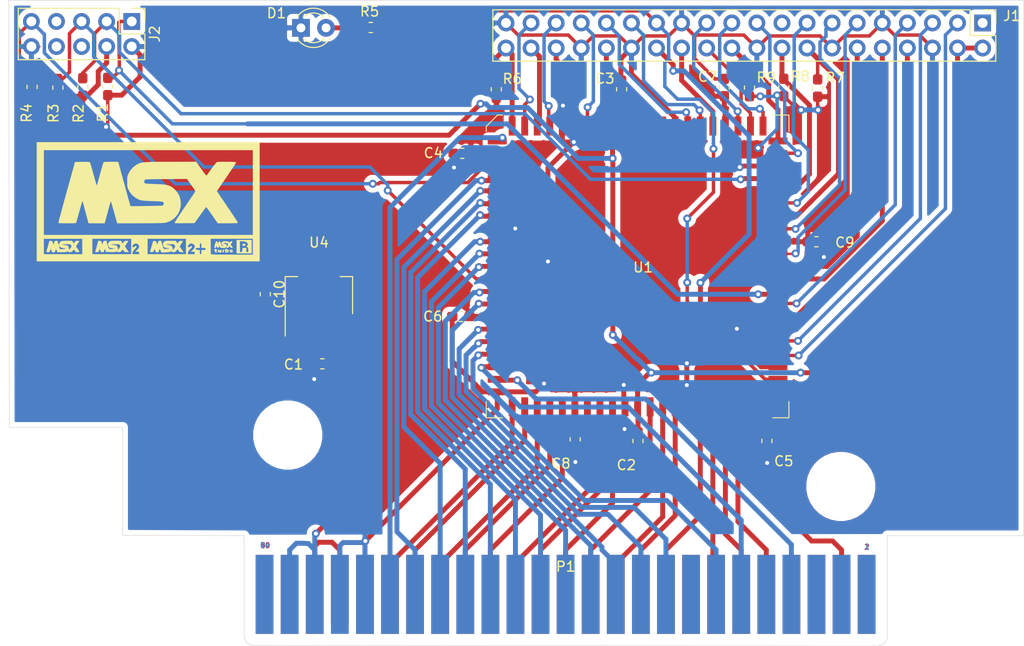
<source format=kicad_pcb>
(kicad_pcb (version 20171130) (host pcbnew "(5.1.5)-3")
  (layers (0 F.Cu signal) (31 B.Cu signal) (34 B.Paste user) (35 F.Paste user) (36 B.SilkS user) (37 F.SilkS user) (38 B.Mask user) (39 F.Mask user) (44 Edge.Cuts user))
  (net 0 "")
  (net 1 TCK)
  (net 2 TDO)
  (net 3 +5V)
  (net 4 TMS)
  (net 5 TDI)
  (net 6 GNDREF)
  (net 7 "Net-(P1-Pad44)")
  (net 8 +3V3)
  (net 9 "Net-(D1-Pad2)")
  (net 10 GPIO02)
  (net 11 GPIO03)
  (net 12 GPIO04)
  (net 13 GPIO14)
  (net 14 GPIO15)
  (net 15 GPIO17)
  (net 16 GPIO18)
  (net 17 GPIO27)
  (net 18 GPIO22)
  (net 19 GPIO23)
  (net 20 GPIO24)
  (net 21 GPIO10)
  (net 22 GPIO09)
  (net 23 GPIO25)
  (net 24 GPIO11)
  (net 25 GPIO08)
  (net 26 GPIO07)
  (net 27 GPIO05)
  (net 28 GPIO06)
  (net 29 GPIO12)
  (net 30 GPIO13)
  (net 31 GPIO19)
  (net 32 GPIO16)
  (net 33 GPIO26)
  (net 34 GPIO20)
  (net 35 GPIO21)
  (net 36 /RD)
  (net 37 /D6)
  (net 38 /D7)
  (net 39 /D4)
  (net 40 /D5)
  (net 41 /D2)
  (net 42 /D3)
  (net 43 /D0)
  (net 44 /D1)
  (net 45 /A4)
  (net 46 /A5)
  (net 47 /A2)
  (net 48 /A3)
  (net 49 /A0)
  (net 50 /A1)
  (net 51 /A13)
  (net 52 /A14)
  (net 53 /A8)
  (net 54 /A12)
  (net 55 /A6)
  (net 56 /A7)
  (net 57 /A10)
  (net 58 /A11)
  (net 59 /A15)
  (net 60 /A9)
  (net 61 /WR)
  (net 62 /MREQ)
  (net 63 /IORQ)
  (net 64 /BDIR)
  (net 65 /WAIT)
  (net 66 /SLTSL)
  (net 67 GPIO0)
  (net 68 GPIO1)
  (net 69 "Net-(J1-Pad1)")
  (net 70 "Net-(J1-Pad17)")
  (net 71 "Net-(J2-Pad6)")
  (net 72 "Net-(J2-Pad7)")
  (net 73 "Net-(J2-Pad8)")
  (net 74 "Net-(P1-Pad50)")
  (net 75 "Net-(P1-Pad49)")
  (net 76 "Net-(P1-Pad48)")
  (net 77 "Net-(P1-Pad42)")
  (net 78 "Net-(P1-Pad16)")
  (net 79 "Net-(P1-Pad15)")
  (net 80 "Net-(P1-Pad9)")
  (net 81 "Net-(P1-Pad8)")
  (net 82 "Net-(P1-Pad6)")
  (net 83 "Net-(P1-Pad5)")
  (net 84 "Net-(P1-Pad3)")
  (net 85 "Net-(P1-Pad2)")
  (net 86 "Net-(P1-Pad1)")
  (net 87 "Net-(U1-Pad54)")
  (net 88 "Net-(U1-Pad83)")
  (net 89 "Net-(U1-Pad84)")
  (net 90 "Net-(U1-Pad2)")
  (net 91 "Net-(U1-Pad1)")
  (module MyFootprints:msx_msx2_msx+logo (layer F.Cu) (at 96.13 49.73)
    (fp_text reference G*** hide)
    (fp_text value LOGO hide)
  )
  (module Capacitor_SMD:C_0603_1608Metric_Pad1.05x0.95mm_HandSolder (layer F.Cu) (at 108.01 59.11 270)
    (fp_text reference C10 (at 0 -1.43 90) (layer F.SilkS))
    (fp_text value C1)
    (pad 2 smd roundrect (at 0.875 0 270) (size 1.05 0.95) (layers F.Cu F.Paste F.Mask) (net 6 GNDREF))
    (pad 1 smd roundrect (at -0.875 0 270) (size 1.05 0.95) (layers F.Cu F.Paste F.Mask) (net 8 +3V3))
  )
  (module Connector_PinHeader_2.54mm:PinHeader_2x05_P2.54mm_Vertical (layer F.Cu) (at 94.488 31.496 270)
    (fp_text reference J2 (at 1.27 -2.33 90) (layer F.SilkS))
    (fp_text value JTAG)
    (pad 10 thru_hole oval (at 2.54 10.16 270) (size 1.7 1.7) (drill 1) (layers *.Cu *.Mask) (net 6 GNDREF))
    (pad 9 thru_hole oval (at 0 10.16 270) (size 1.7 1.7) (drill 1) (layers *.Cu *.Mask) (net 5 TDI))
    (pad 8 thru_hole oval (at 2.54 7.62 270) (size 1.7 1.7) (drill 1) (layers *.Cu *.Mask) (net 73 "Net-(J2-Pad8)"))
    (pad 7 thru_hole oval (at 0 7.62 270) (size 1.7 1.7) (drill 1) (layers *.Cu *.Mask) (net 72 "Net-(J2-Pad7)"))
    (pad 6 thru_hole oval (at 2.54 5.08 270) (size 1.7 1.7) (drill 1) (layers *.Cu *.Mask) (net 71 "Net-(J2-Pad6)"))
    (pad 5 thru_hole oval (at 0 5.08 270) (size 1.7 1.7) (drill 1) (layers *.Cu *.Mask) (net 4 TMS))
    (pad 4 thru_hole oval (at 2.54 2.54 270) (size 1.7 1.7) (drill 1) (layers *.Cu *.Mask) (net 3 +5V))
    (pad 3 thru_hole oval (at 0 2.54 270) (size 1.7 1.7) (drill 1) (layers *.Cu *.Mask) (net 2 TDO))
    (pad 2 thru_hole oval (at 2.54 0 270) (size 1.7 1.7) (drill 1) (layers *.Cu *.Mask) (net 6 GNDREF))
    (pad 1 thru_hole rect (at 0 0 270) (size 1.7 1.7) (drill 1) (layers *.Cu *.Mask) (net 1 TCK))
  )
  (module Resistor_SMD:R_0603_1608Metric_Pad1.05x0.95mm_HandSolder (layer F.Cu) (at 157.04 38.195 90)
    (fp_text reference R9 (at 1.025 1.69 180) (layer F.SilkS))
    (fp_text value R_US)
    (pad 2 smd roundrect (at 0.875 0 90) (size 1.05 0.95) (layers F.Cu F.Paste F.Mask) (net 23 GPIO25))
    (pad 1 smd roundrect (at -0.875 0 90) (size 1.05 0.95) (layers F.Cu F.Paste F.Mask) (net 8 +3V3))
  )
  (module Resistor_SMD:R_0603_1608Metric_Pad1.05x0.95mm_HandSolder (layer F.Cu) (at 160.51 38.175 90)
    (fp_text reference R8 (at 1.115 1.66 180) (layer F.SilkS))
    (fp_text value R_US)
    (pad 2 smd roundrect (at 0.875 0 90) (size 1.05 0.95) (layers F.Cu F.Paste F.Mask) (net 20 GPIO24))
    (pad 1 smd roundrect (at -0.875 0 90) (size 1.05 0.95) (layers F.Cu F.Paste F.Mask) (net 8 +3V3))
  )
  (module Resistor_SMD:R_0603_1608Metric_Pad1.05x0.95mm_HandSolder (layer F.Cu) (at 163.94 38.24 90)
    (fp_text reference R7 (at 1.05 1.76 180) (layer F.SilkS))
    (fp_text value R_US)
    (pad 2 smd roundrect (at 0.875 0 90) (size 1.05 0.95) (layers F.Cu F.Paste F.Mask) (net 19 GPIO23))
    (pad 1 smd roundrect (at -0.875 0 90) (size 1.05 0.95) (layers F.Cu F.Paste F.Mask) (net 8 +3V3))
  )
  (module Resistor_SMD:R_0603_1608Metric_Pad1.05x0.95mm_HandSolder (layer F.Cu) (at 131.4 38.36 90)
    (fp_text reference R6 (at 1.05 1.62 180) (layer F.SilkS))
    (fp_text value R_US)
    (pad 2 smd roundrect (at 0.875 0 90) (size 1.05 0.95) (layers F.Cu F.Paste F.Mask) (net 35 GPIO21))
    (pad 1 smd roundrect (at -0.875 0 90) (size 1.05 0.95) (layers F.Cu F.Paste F.Mask) (net 8 +3V3))
  )
  (module Resistor_SMD:R_0603_1608Metric_Pad1.05x0.95mm_HandSolder (layer F.Cu) (at 118.695 32.11)
    (fp_text reference R5 (at -0.125 -1.62) (layer F.SilkS))
    (fp_text value R_US)
    (pad 2 smd roundrect (at 0.875 0) (size 1.05 0.95) (layers F.Cu F.Paste F.Mask) (net 67 GPIO0))
    (pad 1 smd roundrect (at -0.875 0) (size 1.05 0.95) (layers F.Cu F.Paste F.Mask) (net 9 "Net-(D1-Pad2)"))
  )
  (module Resistor_SMD:R_0603_1608Metric_Pad1.05x0.95mm_HandSolder (layer F.Cu) (at 84.4 38.13 270)
    (fp_text reference R4 (at 2.64 0.56 90) (layer F.SilkS))
    (fp_text value R_US)
    (pad 2 smd roundrect (at 0.875 0 270) (size 1.05 0.95) (layers F.Cu F.Paste F.Mask) (net 3 +5V))
    (pad 1 smd roundrect (at -0.875 0 270) (size 1.05 0.95) (layers F.Cu F.Paste F.Mask) (net 5 TDI))
  )
  (module Resistor_SMD:R_0603_1608Metric_Pad1.05x0.95mm_HandSolder (layer F.Cu) (at 87.01 38.195 270)
    (fp_text reference R3 (at 2.605 0.45 90) (layer F.SilkS))
    (fp_text value R_US)
    (pad 2 smd roundrect (at 0.875 0 270) (size 1.05 0.95) (layers F.Cu F.Paste F.Mask) (net 3 +5V))
    (pad 1 smd roundrect (at -0.875 0 270) (size 1.05 0.95) (layers F.Cu F.Paste F.Mask) (net 4 TMS))
  )
  (module Resistor_SMD:R_0603_1608Metric_Pad1.05x0.95mm_HandSolder (layer F.Cu) (at 89.53 38.115 270)
    (fp_text reference R2 (at 2.695 0.43 90) (layer F.SilkS))
    (fp_text value R_US)
    (pad 2 smd roundrect (at 0.875 0 270) (size 1.05 0.95) (layers F.Cu F.Paste F.Mask) (net 3 +5V))
    (pad 1 smd roundrect (at -0.875 0 270) (size 1.05 0.95) (layers F.Cu F.Paste F.Mask) (net 2 TDO))
  )
  (module Resistor_SMD:R_0603_1608Metric_Pad1.05x0.95mm_HandSolder (layer F.Cu) (at 92.06 38.085 90)
    (fp_text reference R1 (at -2.645 -0.5 90) (layer F.SilkS))
    (fp_text value R_US)
    (pad 2 smd roundrect (at 0.875 0 90) (size 1.05 0.95) (layers F.Cu F.Paste F.Mask) (net 1 TCK))
    (pad 1 smd roundrect (at -0.875 0 90) (size 1.05 0.95) (layers F.Cu F.Paste F.Mask) (net 6 GNDREF))
  )
  (module Capacitor_SMD:C_0603_1608Metric_Pad1.05x0.95mm_HandSolder (layer F.Cu) (at 163.81 53.8 180)
    (fp_text reference C9 (at -2.88 -0.08) (layer F.SilkS))
    (fp_text value C1)
    (pad 2 smd roundrect (at 0.875 0 180) (size 1.05 0.95) (layers F.Cu F.Paste F.Mask) (net 8 +3V3))
    (pad 1 smd roundrect (at -0.875 0 180) (size 1.05 0.95) (layers F.Cu F.Paste F.Mask) (net 6 GNDREF))
  )
  (module Capacitor_SMD:C_0603_1608Metric_Pad1.05x0.95mm_HandSolder (layer F.Cu) (at 139.39 73.81 90)
    (fp_text reference C8 (at -2.45 -1.44 180) (layer F.SilkS))
    (fp_text value C1)
    (pad 2 smd roundrect (at 0.875 0 90) (size 1.05 0.95) (layers F.Cu F.Paste F.Mask) (net 8 +3V3))
    (pad 1 smd roundrect (at -0.875 0 90) (size 1.05 0.95) (layers F.Cu F.Paste F.Mask) (net 6 GNDREF))
  )
  (module Capacitor_SMD:C_0603_1608Metric_Pad1.05x0.95mm_HandSolder (layer F.Cu) (at 154.49 38.195 270)
    (fp_text reference C7 (at -1.095 1.69 180) (layer F.SilkS))
    (fp_text value C1)
    (pad 2 smd roundrect (at 0.875 0 270) (size 1.05 0.95) (layers F.Cu F.Paste F.Mask) (net 8 +3V3))
    (pad 1 smd roundrect (at -0.875 0 270) (size 1.05 0.95) (layers F.Cu F.Paste F.Mask) (net 6 GNDREF))
  )
  (module Capacitor_SMD:C_0603_1608Metric_Pad1.05x0.95mm_HandSolder (layer F.Cu) (at 127.815 61.37)
    (fp_text reference C6 (at -2.845 0) (layer F.SilkS))
    (fp_text value C1)
    (pad 2 smd roundrect (at 0.875 0) (size 1.05 0.95) (layers F.Cu F.Paste F.Mask) (net 8 +3V3))
    (pad 1 smd roundrect (at -0.875 0) (size 1.05 0.95) (layers F.Cu F.Paste F.Mask) (net 6 GNDREF))
  )
  (module Capacitor_SMD:C_0603_1608Metric_Pad1.05x0.95mm_HandSolder (layer F.Cu) (at 158.8 73.97 90)
    (fp_text reference C5 (at -2.05 1.71 180) (layer F.SilkS))
    (fp_text value C1)
    (pad 2 smd roundrect (at 0.875 0 90) (size 1.05 0.95) (layers F.Cu F.Paste F.Mask) (net 8 +3V3))
    (pad 1 smd roundrect (at -0.875 0 90) (size 1.05 0.95) (layers F.Cu F.Paste F.Mask) (net 6 GNDREF))
  )
  (module Capacitor_SMD:C_0603_1608Metric_Pad1.05x0.95mm_HandSolder (layer F.Cu) (at 127.955 44.85)
    (fp_text reference C4 (at -2.925 -0.03) (layer F.SilkS))
    (fp_text value C1)
    (pad 2 smd roundrect (at 0.875 0) (size 1.05 0.95) (layers F.Cu F.Paste F.Mask) (net 8 +3V3))
    (pad 1 smd roundrect (at -0.875 0) (size 1.05 0.95) (layers F.Cu F.Paste F.Mask) (net 6 GNDREF))
  )
  (module Capacitor_SMD:C_0603_1608Metric_Pad1.05x0.95mm_HandSolder (layer F.Cu) (at 144.09 38.36 270)
    (fp_text reference C3 (at -1.08 1.69 180) (layer F.SilkS))
    (fp_text value C1)
    (pad 2 smd roundrect (at 0.875 0 270) (size 1.05 0.95) (layers F.Cu F.Paste F.Mask) (net 3 +5V))
    (pad 1 smd roundrect (at -0.875 0 270) (size 1.05 0.95) (layers F.Cu F.Paste F.Mask) (net 6 GNDREF))
  )
  (module Capacitor_SMD:C_0603_1608Metric_Pad1.05x0.95mm_HandSolder (layer F.Cu) (at 145.75 73.975 90)
    (fp_text reference C2 (at -2.435 -1.18 180) (layer F.SilkS))
    (fp_text value C1)
    (pad 2 smd roundrect (at 0.875 0 90) (size 1.05 0.95) (layers F.Cu F.Paste F.Mask) (net 3 +5V))
    (pad 1 smd roundrect (at -0.875 0 90) (size 1.05 0.95) (layers F.Cu F.Paste F.Mask) (net 6 GNDREF))
  )
  (module Capacitor_SMD:C_0603_1608Metric_Pad1.05x0.95mm_HandSolder (layer F.Cu) (at 113.79 66.16 180)
    (fp_text reference C1 (at 2.92 -0.07) (layer F.SilkS))
    (fp_text value C1)
    (pad 2 smd roundrect (at 0.875 0 180) (size 1.05 0.95) (layers F.Cu F.Paste F.Mask) (net 6 GNDREF))
    (pad 1 smd roundrect (at -0.875 0 180) (size 1.05 0.95) (layers F.Cu F.Paste F.Mask) (net 3 +5V))
  )
  (module MyFootprints:card_edge_connector (layer F.Cu) (at 137.16 86.36)
    (fp_text reference P1 (at 1.25984 0.33744) (layer F.SilkS))
    (fp_text value MSX_CONNECTOR)
    (pad "" np_thru_hole circle (at -26.87574 -12.98448) (size 5 5) (drill 5) (layers *.Cu *.Mask F.SilkS) (clearance 1))
    (pad 50 connect rect (at -29.22016 3.14744) (size 1.8 8) (layers F.Cu F.Mask) (net 74 "Net-(P1-Pad50)"))
    (pad 49 connect rect (at -29.22016 3.14744) (size 1.8 8) (layers B.Cu B.Mask) (net 75 "Net-(P1-Pad49)"))
    (pad 48 connect rect (at -26.68016 3.14744) (size 1.8 8) (layers F.Cu F.Mask) (net 76 "Net-(P1-Pad48)"))
    (pad 47 connect rect (at -26.68016 3.14744) (size 1.8 8) (layers B.Cu B.Mask) (net 3 +5V))
    (pad 46 connect rect (at -24.14016 3.14744) (size 1.8 8) (layers F.Cu F.Mask) (net 7 "Net-(P1-Pad44)"))
    (pad 45 connect rect (at -24.14016 3.14744) (size 1.8 8) (layers B.Cu B.Mask) (net 3 +5V))
    (pad 44 connect rect (at -21.60524 2.65468) (size 1.8 7) (layers F.Cu F.Mask) (net 7 "Net-(P1-Pad44)"))
    (pad 43 connect rect (at -21.60016 3.14744) (size 1.8 8) (layers B.Cu B.Mask) (net 6 GNDREF))
    (pad 42 connect rect (at -19.06016 3.14744) (size 1.8 8) (layers F.Cu F.Mask) (net 77 "Net-(P1-Pad42)"))
    (pad 41 connect rect (at -19.06016 3.14744) (size 1.8 8) (layers B.Cu B.Mask) (net 6 GNDREF))
    (pad 40 connect rect (at -16.52016 3.14744) (size 1.8 8) (layers F.Cu F.Mask) (net 37 /D6))
    (pad 39 connect rect (at -16.52016 3.14744) (size 1.8 8) (layers B.Cu B.Mask) (net 38 /D7))
    (pad 38 connect rect (at -13.98016 3.14744) (size 1.8 8) (layers F.Cu F.Mask) (net 39 /D4))
    (pad 37 connect rect (at -13.98016 3.14744) (size 1.8 8) (layers B.Cu B.Mask) (net 40 /D5))
    (pad 36 connect rect (at -11.44016 3.14744) (size 1.8 8) (layers F.Cu F.Mask) (net 41 /D2))
    (pad 35 connect rect (at -11.44016 3.14744) (size 1.8 8) (layers B.Cu B.Mask) (net 42 /D3))
    (pad 34 connect rect (at -8.90016 3.14744) (size 1.8 8) (layers F.Cu F.Mask) (net 43 /D0))
    (pad 33 connect rect (at -8.90016 3.14744) (size 1.8 8) (layers B.Cu B.Mask) (net 44 /D1))
    (pad 32 connect rect (at -6.36016 3.14744) (size 1.8 8) (layers F.Cu F.Mask) (net 45 /A4))
    (pad 31 connect rect (at -6.36016 3.14744) (size 1.8 8) (layers B.Cu B.Mask) (net 46 /A5))
    (pad 30 connect rect (at -3.82016 3.14744) (size 1.8 8) (layers F.Cu F.Mask) (net 47 /A2))
    (pad 29 connect rect (at -3.82016 3.14744) (size 1.8 8) (layers B.Cu B.Mask) (net 48 /A3))
    (pad 28 connect rect (at -1.28016 3.14744) (size 1.8 8) (layers F.Cu F.Mask) (net 49 /A0))
    (pad 27 connect rect (at -1.28016 3.14744) (size 1.8 8) (layers B.Cu B.Mask) (net 50 /A1))
    (pad 26 connect rect (at 1.25984 3.14744) (size 1.8 8) (layers F.Cu F.Mask) (net 51 /A13))
    (pad 25 connect rect (at 1.25984 3.14744) (size 1.8 8) (layers B.Cu B.Mask) (net 52 /A14))
    (pad 24 connect rect (at 3.79984 3.14744) (size 1.8 8) (layers F.Cu F.Mask) (net 53 /A8))
    (pad 23 connect rect (at 3.79984 3.14744) (size 1.8 8) (layers B.Cu B.Mask) (net 54 /A12))
    (pad 22 connect rect (at 6.33984 3.14744) (size 1.8 8) (layers F.Cu F.Mask) (net 55 /A6))
    (pad 21 connect rect (at 6.33984 3.14744) (size 1.8 8) (layers B.Cu B.Mask) (net 56 /A7))
    (pad 20 connect rect (at 8.87984 3.14744) (size 1.8 8) (layers F.Cu F.Mask) (net 57 /A10))
    (pad 19 connect rect (at 8.87984 3.14744) (size 1.8 8) (layers B.Cu B.Mask) (net 58 /A11))
    (pad 18 connect rect (at 11.41984 3.14744) (size 1.8 8) (layers F.Cu F.Mask) (net 59 /A15))
    (pad 17 connect rect (at 11.41984 3.14744) (size 1.8 8) (layers B.Cu B.Mask) (net 60 /A9))
    (pad 16 connect rect (at 13.95984 3.14744) (size 1.8 8) (layers F.Cu F.Mask) (net 78 "Net-(P1-Pad16)"))
    (pad 15 connect rect (at 13.95984 3.14744) (size 1.8 8) (layers B.Cu B.Mask) (net 79 "Net-(P1-Pad15)"))
    (pad 14 connect rect (at 16.49984 3.14744) (size 1.8 8) (layers F.Cu F.Mask) (net 36 /RD))
    (pad 13 connect rect (at 16.49984 3.14744) (size 1.8 8) (layers B.Cu B.Mask) (net 61 /WR))
    (pad 12 connect rect (at 19.03984 3.14744) (size 1.8 8) (layers F.Cu F.Mask) (net 62 /MREQ))
    (pad 11 connect rect (at 19.03984 3.14744) (size 1.8 8) (layers B.Cu B.Mask) (net 63 /IORQ))
    (pad 10 connect rect (at 21.57984 3.14744) (size 1.8 8) (layers F.Cu F.Mask) (net 64 /BDIR))
    (pad 9 connect rect (at 21.57984 3.14744) (size 1.8 8) (layers B.Cu B.Mask) (net 80 "Net-(P1-Pad9)"))
    (pad 8 connect rect (at 24.11984 3.14744) (size 1.8 8) (layers F.Cu F.Mask) (net 81 "Net-(P1-Pad8)"))
    (pad 7 connect rect (at 24.11984 3.14744) (size 1.8 8) (layers B.Cu B.Mask) (net 65 /WAIT))
    (pad 6 connect rect (at 26.65984 3.14744) (size 1.8 8) (layers F.Cu F.Mask) (net 82 "Net-(P1-Pad6)"))
    (pad 5 connect rect (at 26.65984 3.14744) (size 1.8 8) (layers B.Cu B.Mask) (net 83 "Net-(P1-Pad5)"))
    (pad 4 connect rect (at 29.19984 3.14744) (size 1.8 8) (layers F.Cu F.Mask) (net 66 /SLTSL))
    (pad 3 connect rect (at 29.19984 3.14744) (size 1.8 8) (layers B.Cu B.Mask) (net 84 "Net-(P1-Pad3)"))
    (pad 2 connect rect (at 31.73984 3.14744) (size 1.8 8) (layers F.Cu F.Mask) (net 85 "Net-(P1-Pad2)"))
    (pad 1 connect rect (at 31.73984 3.14744) (size 1.8 8) (layers B.Cu B.Mask) (net 86 "Net-(P1-Pad1)"))
    (pad "" np_thru_hole circle (at 29.12364 -7.78256) (size 5 5) (drill 5) (layers *.Cu *.Mask F.SilkS) (clearance 1))
  )
  (module Connector_PinHeader_2.54mm:PinHeader_2x20_P2.54mm_Vertical (layer F.Cu) (at 180.6448 31.6484 270)
    (fp_text reference J1 (at -0.7112 -2.9464 180) (layer F.SilkS))
    (fp_text value Raspberry_Pi_2_3)
    (pad 1 thru_hole rect (at 0 0 270) (size 1.7 1.7) (drill 1) (layers *.Cu *.Mask) (net 69 "Net-(J1-Pad1)"))
    (pad 2 thru_hole oval (at 2.54 0 270) (size 1.7 1.7) (drill 1) (layers *.Cu *.Mask) (net 3 +5V))
    (pad 3 thru_hole oval (at 0 2.54 270) (size 1.7 1.7) (drill 1) (layers *.Cu *.Mask) (net 10 GPIO02))
    (pad 4 thru_hole oval (at 2.54 2.54 270) (size 1.7 1.7) (drill 1) (layers *.Cu *.Mask) (net 3 +5V))
    (pad 5 thru_hole oval (at 0 5.08 270) (size 1.7 1.7) (drill 1) (layers *.Cu *.Mask) (net 11 GPIO03))
    (pad 6 thru_hole oval (at 2.54 5.08 270) (size 1.7 1.7) (drill 1) (layers *.Cu *.Mask) (net 6 GNDREF))
    (pad 7 thru_hole oval (at 0 7.62 270) (size 1.7 1.7) (drill 1) (layers *.Cu *.Mask) (net 12 GPIO04))
    (pad 8 thru_hole oval (at 2.54 7.62 270) (size 1.7 1.7) (drill 1) (layers *.Cu *.Mask) (net 13 GPIO14))
    (pad 9 thru_hole oval (at 0 10.16 270) (size 1.7 1.7) (drill 1) (layers *.Cu *.Mask) (net 6 GNDREF))
    (pad 10 thru_hole oval (at 2.54 10.16 270) (size 1.7 1.7) (drill 1) (layers *.Cu *.Mask) (net 14 GPIO15))
    (pad 11 thru_hole oval (at 0 12.7 270) (size 1.7 1.7) (drill 1) (layers *.Cu *.Mask) (net 15 GPIO17))
    (pad 12 thru_hole oval (at 2.54 12.7 270) (size 1.7 1.7) (drill 1) (layers *.Cu *.Mask) (net 16 GPIO18))
    (pad 13 thru_hole oval (at 0 15.24 270) (size 1.7 1.7) (drill 1) (layers *.Cu *.Mask) (net 17 GPIO27))
    (pad 14 thru_hole oval (at 2.54 15.24 270) (size 1.7 1.7) (drill 1) (layers *.Cu *.Mask) (net 6 GNDREF))
    (pad 15 thru_hole oval (at 0 17.78 270) (size 1.7 1.7) (drill 1) (layers *.Cu *.Mask) (net 18 GPIO22))
    (pad 16 thru_hole oval (at 2.54 17.78 270) (size 1.7 1.7) (drill 1) (layers *.Cu *.Mask) (net 19 GPIO23))
    (pad 17 thru_hole oval (at 0 20.32 270) (size 1.7 1.7) (drill 1) (layers *.Cu *.Mask) (net 70 "Net-(J1-Pad17)"))
    (pad 18 thru_hole oval (at 2.54 20.32 270) (size 1.7 1.7) (drill 1) (layers *.Cu *.Mask) (net 20 GPIO24))
    (pad 19 thru_hole oval (at 0 22.86 270) (size 1.7 1.7) (drill 1) (layers *.Cu *.Mask) (net 21 GPIO10))
    (pad 20 thru_hole oval (at 2.54 22.86 270) (size 1.7 1.7) (drill 1) (layers *.Cu *.Mask) (net 6 GNDREF))
    (pad 21 thru_hole oval (at 0 25.4 270) (size 1.7 1.7) (drill 1) (layers *.Cu *.Mask) (net 22 GPIO09))
    (pad 22 thru_hole oval (at 2.54 25.4 270) (size 1.7 1.7) (drill 1) (layers *.Cu *.Mask) (net 23 GPIO25))
    (pad 23 thru_hole oval (at 0 27.94 270) (size 1.7 1.7) (drill 1) (layers *.Cu *.Mask) (net 24 GPIO11))
    (pad 24 thru_hole oval (at 2.54 27.94 270) (size 1.7 1.7) (drill 1) (layers *.Cu *.Mask) (net 25 GPIO08))
    (pad 25 thru_hole oval (at 0 30.48 270) (size 1.7 1.7) (drill 1) (layers *.Cu *.Mask) (net 6 GNDREF))
    (pad 26 thru_hole oval (at 2.54 30.48 270) (size 1.7 1.7) (drill 1) (layers *.Cu *.Mask) (net 26 GPIO07))
    (pad 27 thru_hole oval (at 0 33.02 270) (size 1.7 1.7) (drill 1) (layers *.Cu *.Mask) (net 67 GPIO0))
    (pad 28 thru_hole oval (at 2.54 33.02 270) (size 1.7 1.7) (drill 1) (layers *.Cu *.Mask) (net 68 GPIO1))
    (pad 29 thru_hole oval (at 0 35.56 270) (size 1.7 1.7) (drill 1) (layers *.Cu *.Mask) (net 27 GPIO05))
    (pad 30 thru_hole oval (at 2.54 35.56 270) (size 1.7 1.7) (drill 1) (layers *.Cu *.Mask) (net 6 GNDREF))
    (pad 31 thru_hole oval (at 0 38.1 270) (size 1.7 1.7) (drill 1) (layers *.Cu *.Mask) (net 28 GPIO06))
    (pad 32 thru_hole oval (at 2.54 38.1 270) (size 1.7 1.7) (drill 1) (layers *.Cu *.Mask) (net 29 GPIO12))
    (pad 33 thru_hole oval (at 0 40.64 270) (size 1.7 1.7) (drill 1) (layers *.Cu *.Mask) (net 30 GPIO13))
    (pad 34 thru_hole oval (at 2.54 40.64 270) (size 1.7 1.7) (drill 1) (layers *.Cu *.Mask) (net 6 GNDREF))
    (pad 35 thru_hole oval (at 0 43.18 270) (size 1.7 1.7) (drill 1) (layers *.Cu *.Mask) (net 31 GPIO19))
    (pad 36 thru_hole oval (at 2.54 43.18 270) (size 1.7 1.7) (drill 1) (layers *.Cu *.Mask) (net 32 GPIO16))
    (pad 37 thru_hole oval (at 0 45.72 270) (size 1.7 1.7) (drill 1) (layers *.Cu *.Mask) (net 33 GPIO26))
    (pad 38 thru_hole oval (at 2.54 45.72 270) (size 1.7 1.7) (drill 1) (layers *.Cu *.Mask) (net 34 GPIO20))
    (pad 39 thru_hole oval (at 0 48.26 270) (size 1.7 1.7) (drill 1) (layers *.Cu *.Mask) (net 6 GNDREF))
    (pad 40 thru_hole oval (at 2.54 48.26 270) (size 1.7 1.7) (drill 1) (layers *.Cu *.Mask) (net 35 GPIO21))
  )
  (module Package_LCC:PLCC-84 (layer F.Cu) (at 145.7071 56.2991)
    (fp_text reference U1 (at 0.5588 0.1016) (layer F.SilkS))
    (fp_text value EPM7128SLC84-15 hide)
    (pad 74 smd rect (at 14.2125 -12.7) (size 1.925 0.7) (layers F.Cu F.Paste F.Mask) (net 23 GPIO25))
    (pad 73 smd rect (at 14.2125 -11.43) (size 1.925 0.7) (layers F.Cu F.Paste F.Mask) (net 21 GPIO10))
    (pad 72 smd rect (at 14.2125 -10.16) (size 1.925 0.7) (layers F.Cu F.Paste F.Mask) (net 6 GNDREF))
    (pad 71 smd rect (at 14.2125 -8.89) (size 1.925 0.7) (layers F.Cu F.Paste F.Mask) (net 2 TDO))
    (pad 70 smd rect (at 14.2125 -7.62) (size 1.925 0.7) (layers F.Cu F.Paste F.Mask) (net 20 GPIO24))
    (pad 69 smd rect (at 14.2125 -6.35) (size 1.925 0.7) (layers F.Cu F.Paste F.Mask) (net 18 GPIO22))
    (pad 68 smd rect (at 14.2125 -5.08) (size 1.925 0.7) (layers F.Cu F.Paste F.Mask) (net 19 GPIO23))
    (pad 67 smd rect (at 14.2125 -3.81) (size 1.925 0.7) (layers F.Cu F.Paste F.Mask) (net 17 GPIO27))
    (pad 66 smd rect (at 14.2125 -2.54) (size 1.925 0.7) (layers F.Cu F.Paste F.Mask) (net 8 +3V3))
    (pad 65 smd rect (at 14.2125 -1.27) (size 1.925 0.7) (layers F.Cu F.Paste F.Mask) (net 15 GPIO17))
    (pad 64 smd rect (at 14.2125 0) (size 1.925 0.7) (layers F.Cu F.Paste F.Mask) (net 16 GPIO18))
    (pad 63 smd rect (at 14.2125 1.27) (size 1.925 0.7) (layers F.Cu F.Paste F.Mask) (net 14 GPIO15))
    (pad 62 smd rect (at 14.2125 2.54) (size 1.925 0.7) (layers F.Cu F.Paste F.Mask) (net 1 TCK))
    (pad 61 smd rect (at 14.2125 3.81) (size 1.925 0.7) (layers F.Cu F.Paste F.Mask) (net 12 GPIO04))
    (pad 60 smd rect (at 14.2125 5.08) (size 1.925 0.7) (layers F.Cu F.Paste F.Mask) (net 13 GPIO14))
    (pad 59 smd rect (at 14.2125 6.35) (size 1.925 0.7) (layers F.Cu F.Paste F.Mask) (net 6 GNDREF))
    (pad 58 smd rect (at 14.2125 7.62) (size 1.925 0.7) (layers F.Cu F.Paste F.Mask) (net 11 GPIO03))
    (pad 57 smd rect (at 14.2125 8.89) (size 1.925 0.7) (layers F.Cu F.Paste F.Mask) (net 10 GPIO02))
    (pad 56 smd rect (at 14.2125 10.16) (size 1.925 0.7) (layers F.Cu F.Paste F.Mask) (net 68 GPIO1))
    (pad 55 smd rect (at 14.2125 11.43) (size 1.925 0.7) (layers F.Cu F.Paste F.Mask) (net 67 GPIO0))
    (pad 54 smd rect (at 14.2125 12.7) (size 1.925 0.7) (layers F.Cu F.Paste F.Mask) (net 87 "Net-(U1-Pad54)"))
    (pad 53 smd rect (at 12.7 14.2125) (size 0.7 1.925) (layers F.Cu F.Paste F.Mask) (net 8 +3V3))
    (pad 52 smd rect (at 11.43 14.2125) (size 0.7 1.925) (layers F.Cu F.Paste F.Mask) (net 66 /SLTSL))
    (pad 51 smd rect (at 10.16 14.2125) (size 0.7 1.925) (layers F.Cu F.Paste F.Mask) (net 64 /BDIR))
    (pad 50 smd rect (at 8.89 14.2125) (size 0.7 1.925) (layers F.Cu F.Paste F.Mask) (net 62 /MREQ))
    (pad 49 smd rect (at 7.62 14.2125) (size 0.7 1.925) (layers F.Cu F.Paste F.Mask) (net 36 /RD))
    (pad 48 smd rect (at 6.35 14.2125) (size 0.7 1.925) (layers F.Cu F.Paste F.Mask) (net 59 /A15))
    (pad 47 smd rect (at 5.08 14.2125) (size 0.7 1.925) (layers F.Cu F.Paste F.Mask) (net 6 GNDREF))
    (pad 46 smd rect (at 3.81 14.2125) (size 0.7 1.925) (layers F.Cu F.Paste F.Mask) (net 57 /A10))
    (pad 45 smd rect (at 2.54 14.2125) (size 0.7 1.925) (layers F.Cu F.Paste F.Mask) (net 55 /A6))
    (pad 44 smd rect (at 1.27 14.2125) (size 0.7 1.925) (layers F.Cu F.Paste F.Mask) (net 53 /A8))
    (pad 43 smd rect (at 0 14.2125) (size 0.7 1.925) (layers F.Cu F.Paste F.Mask) (net 3 +5V))
    (pad 42 smd rect (at -1.27 14.2125) (size 0.7 1.925) (layers F.Cu F.Paste F.Mask) (net 6 GNDREF))
    (pad 41 smd rect (at -2.54 14.2125) (size 0.7 1.925) (layers F.Cu F.Paste F.Mask) (net 51 /A13))
    (pad 40 smd rect (at -3.81 14.2125) (size 0.7 1.925) (layers F.Cu F.Paste F.Mask) (net 49 /A0))
    (pad 39 smd rect (at -5.08 14.2125) (size 0.7 1.925) (layers F.Cu F.Paste F.Mask) (net 47 /A2))
    (pad 38 smd rect (at -6.35 14.2125) (size 0.7 1.925) (layers F.Cu F.Paste F.Mask) (net 8 +3V3))
    (pad 37 smd rect (at -7.62 14.2125) (size 0.7 1.925) (layers F.Cu F.Paste F.Mask) (net 45 /A4))
    (pad 36 smd rect (at -8.89 14.2125) (size 0.7 1.925) (layers F.Cu F.Paste F.Mask) (net 43 /D0))
    (pad 35 smd rect (at -10.16 14.2125) (size 0.7 1.925) (layers F.Cu F.Paste F.Mask) (net 41 /D2))
    (pad 34 smd rect (at -11.43 14.2125) (size 0.7 1.925) (layers F.Cu F.Paste F.Mask) (net 39 /D4))
    (pad 33 smd rect (at -12.7 14.2125) (size 0.7 1.925) (layers F.Cu F.Paste F.Mask) (net 37 /D6))
    (pad 32 smd rect (at -14.2125 12.7) (size 1.925 0.7) (layers F.Cu F.Paste F.Mask) (net 6 GNDREF))
    (pad 31 smd rect (at -14.2125 11.43) (size 1.925 0.7) (layers F.Cu F.Paste F.Mask) (net 65 /WAIT))
    (pad 30 smd rect (at -14.2125 10.16) (size 1.925 0.7) (layers F.Cu F.Paste F.Mask) (net 63 /IORQ))
    (pad 29 smd rect (at -14.2125 8.89) (size 1.925 0.7) (layers F.Cu F.Paste F.Mask) (net 61 /WR))
    (pad 28 smd rect (at -14.2125 7.62) (size 1.925 0.7) (layers F.Cu F.Paste F.Mask) (net 60 /A9))
    (pad 27 smd rect (at -14.2125 6.35) (size 1.925 0.7) (layers F.Cu F.Paste F.Mask) (net 58 /A11))
    (pad 26 smd rect (at -14.2125 5.08) (size 1.925 0.7) (layers F.Cu F.Paste F.Mask) (net 8 +3V3))
    (pad 25 smd rect (at -14.2125 3.81) (size 1.925 0.7) (layers F.Cu F.Paste F.Mask) (net 56 /A7))
    (pad 24 smd rect (at -14.2125 2.54) (size 1.925 0.7) (layers F.Cu F.Paste F.Mask) (net 54 /A12))
    (pad 23 smd rect (at -14.2125 1.27) (size 1.925 0.7) (layers F.Cu F.Paste F.Mask) (net 4 TMS))
    (pad 22 smd rect (at -14.2125 0) (size 1.925 0.7) (layers F.Cu F.Paste F.Mask) (net 52 /A14))
    (pad 21 smd rect (at -14.2125 -1.27) (size 1.925 0.7) (layers F.Cu F.Paste F.Mask) (net 50 /A1))
    (pad 20 smd rect (at -14.2125 -2.54) (size 1.925 0.7) (layers F.Cu F.Paste F.Mask) (net 48 /A3))
    (pad 19 smd rect (at -14.2125 -3.81) (size 1.925 0.7) (layers F.Cu F.Paste F.Mask) (net 6 GNDREF))
    (pad 18 smd rect (at -14.2125 -5.08) (size 1.925 0.7) (layers F.Cu F.Paste F.Mask) (net 46 /A5))
    (pad 17 smd rect (at -14.2125 -6.35) (size 1.925 0.7) (layers F.Cu F.Paste F.Mask) (net 44 /D1))
    (pad 16 smd rect (at -14.2125 -7.62) (size 1.925 0.7) (layers F.Cu F.Paste F.Mask) (net 42 /D3))
    (pad 15 smd rect (at -14.2125 -8.89) (size 1.925 0.7) (layers F.Cu F.Paste F.Mask) (net 40 /D5))
    (pad 14 smd rect (at -14.2125 -10.16) (size 1.925 0.7) (layers F.Cu F.Paste F.Mask) (net 5 TDI))
    (pad 13 smd rect (at -14.2125 -11.43) (size 1.925 0.7) (layers F.Cu F.Paste F.Mask) (net 8 +3V3))
    (pad 12 smd rect (at -14.2125 -12.7) (size 1.925 0.7) (layers F.Cu F.Paste F.Mask) (net 38 /D7))
    (pad 75 smd rect (at 12.7 -14.2125) (size 0.7 1.925) (layers F.Cu F.Paste F.Mask) (net 22 GPIO09))
    (pad 76 smd rect (at 11.43 -14.2125) (size 0.7 1.925) (layers F.Cu F.Paste F.Mask) (net 25 GPIO08))
    (pad 77 smd rect (at 10.16 -14.2125) (size 0.7 1.925) (layers F.Cu F.Paste F.Mask) (net 24 GPIO11))
    (pad 78 smd rect (at 8.89 -14.2125) (size 0.7 1.925) (layers F.Cu F.Paste F.Mask) (net 8 +3V3))
    (pad 79 smd rect (at 7.62 -14.2125) (size 0.7 1.925) (layers F.Cu F.Paste F.Mask) (net 26 GPIO07))
    (pad 80 smd rect (at 6.35 -14.2125) (size 0.7 1.925) (layers F.Cu F.Paste F.Mask) (net 27 GPIO05))
    (pad 81 smd rect (at 5.08 -14.2125) (size 0.7 1.925) (layers F.Cu F.Paste F.Mask) (net 28 GPIO06))
    (pad 82 smd rect (at 3.81 -14.2125) (size 0.7 1.925) (layers F.Cu F.Paste F.Mask) (net 6 GNDREF))
    (pad 83 smd rect (at 2.54 -14.2125) (size 0.7 1.925) (layers F.Cu F.Paste F.Mask) (net 88 "Net-(U1-Pad83)"))
    (pad 84 smd rect (at 1.27 -14.2125) (size 0.7 1.925) (layers F.Cu F.Paste F.Mask) (net 89 "Net-(U1-Pad84)"))
    (pad 11 smd rect (at -12.7 -14.2125) (size 0.7 1.925) (layers F.Cu F.Paste F.Mask) (net 35 GPIO21))
    (pad 10 smd rect (at -11.43 -14.2125) (size 0.7 1.925) (layers F.Cu F.Paste F.Mask) (net 33 GPIO26))
    (pad 9 smd rect (at -10.16 -14.2125) (size 0.7 1.925) (layers F.Cu F.Paste F.Mask) (net 34 GPIO20))
    (pad 8 smd rect (at -8.89 -14.2125) (size 0.7 1.925) (layers F.Cu F.Paste F.Mask) (net 31 GPIO19))
    (pad 7 smd rect (at -7.62 -14.2125) (size 0.7 1.925) (layers F.Cu F.Paste F.Mask) (net 6 GNDREF))
    (pad 6 smd rect (at -6.35 -14.2125) (size 0.7 1.925) (layers F.Cu F.Paste F.Mask) (net 32 GPIO16))
    (pad 5 smd rect (at -5.08 -14.2125) (size 0.7 1.925) (layers F.Cu F.Paste F.Mask) (net 30 GPIO13))
    (pad 4 smd rect (at -3.81 -14.2125) (size 0.7 1.925) (layers F.Cu F.Paste F.Mask) (net 29 GPIO12))
    (pad 3 smd rect (at -2.54 -14.2125) (size 0.7 1.925) (layers F.Cu F.Paste F.Mask) (net 3 +5V))
    (pad 2 smd rect (at -1.27 -14.2125) (size 0.7 1.925) (layers F.Cu F.Paste F.Mask) (net 90 "Net-(U1-Pad2)"))
    (pad 1 smd rect (at 0 -14.2125) (size 0.7 1.925) (layers F.Cu F.Paste F.Mask) (net 91 "Net-(U1-Pad1)"))
  )
  (module LED_THT:LED_D3.0mm (layer F.Cu) (at 111.6203 32.1437)
    (fp_text reference D1 (at -2.4803 -1.4837) (layer F.SilkS))
    (fp_text value LED)
    (pad 2 thru_hole circle (at 2.54 0) (size 1.8 1.8) (drill 0.9) (layers *.Cu *.Mask) (net 9 "Net-(D1-Pad2)"))
    (pad 1 thru_hole rect (at 0 0) (size 1.8 1.8) (drill 0.9) (layers *.Cu *.Mask) (net 6 GNDREF))
  )
  (module Package_TO_SOT_SMD:SOT-223-3_TabPin2 (layer F.Cu) (at 113.4388 59.2412 90)
    (fp_text reference U4 (at 5.3612 0.0112 180) (layer F.SilkS))
    (fp_text value LD1117S33TR_SOT223 hide)
    (pad 1 smd rect (at -3.15 -2.3 90) (size 2 1.5) (layers F.Cu F.Paste F.Mask) (net 6 GNDREF))
    (pad 3 smd rect (at -3.15 2.3 90) (size 2 1.5) (layers F.Cu F.Paste F.Mask) (net 3 +5V))
    (pad 2 smd rect (at -3.15 0 90) (size 2 1.5) (layers F.Cu F.Paste F.Mask) (net 8 +3V3))
    (pad 2 smd rect (at 3.15 0 90) (size 2 3.8) (layers F.Cu F.Paste F.Mask) (net 8 +3V3))
  )
  (gr_text 1 (at 168.93 84.67) (layer B.Cu) (effects (font (size 0.5 0.5) (thickness 0.125)) (justify mirror)))
  (gr_text 2 (at 168.93 84.71) (layer F.Cu) (effects (font (size 0.5 0.5) (thickness 0.125))))
  (gr_text 49 (at 108 84.56) (layer B.Cu) (effects (font (size 0.5 0.5) (thickness 0.125)) (justify mirror)))
  (gr_text 50 (at 108.01 84.54) (layer F.Cu) (effects (font (size 0.5 0.5) (thickness 0.125))))
  (gr_text "July, 2020" (at 179.4383 65.9892) (layer F.Cu) (effects (font (size 1 1) (thickness 0.2))))
  (gr_text V1.0R1 (at 180.8353 62.5729) (layer F.Cu) (effects (font (size 1 1) (thickness 0.2))))
  (gr_text "MSXPi 2" (at 178.7652 60.7695) (layer F.Cu) (effects (font (size 1.5 1.5) (thickness 0.375))))
  (gr_text "Ronivon Costa" (at 175.514 64.2874) (layer F.Cu) (effects (font (size 1.5 1.5) (thickness 0.3))))
  (gr_line (start 184.8104 29.3624) (end 184.8104 83.566) (layer Edge.Cuts) (width 0.05))
  (gr_line (start 82.042 29.3624) (end 184.8104 29.3624) (layer Edge.Cuts) (width 0.05))
  (gr_line (start 82.0928 72.5932) (end 82.042 29.3624) (layer Edge.Cuts) (width 0.05))
  (gr_line (start 93.5736 72.5932) (end 82.0928 72.5932) (layer Edge.Cuts) (width 0.05))
  (gr_line (start 93.5736 83.5152) (end 93.5736 72.5932) (layer Edge.Cuts) (width 0.05))
  (gr_line (start 105.8672 83.566) (end 93.5736 83.5152) (layer Edge.Cuts) (width 0.05))
  (gr_line (start 105.8672 83.6168) (end 105.8672 83.566) (layer Edge.Cuts) (width 0.05))
  (gr_line (start 105.8672 93.6752) (end 105.8672 83.6168) (layer Edge.Cuts) (width 0.05))
  (gr_line (start 105.918 93.9292) (end 105.8672 93.6752) (layer Edge.Cuts) (width 0.05))
  (gr_line (start 105.918 93.98) (end 105.918 93.9292) (layer Edge.Cuts) (width 0.05))
  (gr_line (start 106.0196 94.1832) (end 105.918 93.98) (layer Edge.Cuts) (width 0.05))
  (gr_line (start 106.0704 94.2848) (end 106.0196 94.1832) (layer Edge.Cuts) (width 0.05))
  (gr_line (start 106.1212 94.3356) (end 106.0704 94.2848) (layer Edge.Cuts) (width 0.05))
  (gr_line (start 106.3244 94.5388) (end 106.1212 94.3356) (layer Edge.Cuts) (width 0.05))
  (gr_line (start 106.5784 94.6404) (end 106.3244 94.5388) (layer Edge.Cuts) (width 0.05))
  (gr_line (start 106.7816 94.6912) (end 106.5784 94.6404) (layer Edge.Cuts) (width 0.05))
  (gr_line (start 170.0276 94.742) (end 106.7816 94.6912) (layer Edge.Cuts) (width 0.05))
  (gr_line (start 170.18 94.6912) (end 170.0276 94.742) (layer Edge.Cuts) (width 0.05))
  (gr_line (start 170.3832 94.6404) (end 170.18 94.6912) (layer Edge.Cuts) (width 0.05))
  (gr_line (start 170.6372 94.488) (end 170.3832 94.6404) (layer Edge.Cuts) (width 0.05))
  (gr_line (start 170.7896 94.3356) (end 170.6372 94.488) (layer Edge.Cuts) (width 0.05))
  (gr_line (start 170.8912 94.234) (end 170.7896 94.3356) (layer Edge.Cuts) (width 0.05))
  (gr_line (start 170.942 94.0308) (end 170.8912 94.234) (layer Edge.Cuts) (width 0.05))
  (gr_line (start 170.9928 93.8276) (end 170.942 94.0308) (layer Edge.Cuts) (width 0.05))
  (gr_line (start 170.9928 93.6752) (end 170.9928 93.8276) (layer Edge.Cuts) (width 0.05))
  (gr_line (start 170.9928 83.566) (end 170.9928 93.6752) (layer Edge.Cuts) (width 0.05))
  (gr_line (start 184.8104 83.566) (end 170.9928 83.566) (layer Edge.Cuts) (width 0.05))
  (segment (start 159.9323 58.8264) (end 159.9196 58.8391) (width 0.25) (layer F.Cu) (net 1))
  (via (at 157.92 59.12) (size 0.8) (drill 0.4) (layers F.Cu B.Cu) (net 1))
  (segment (start 159.6387 59.12) (end 159.9196 58.8391) (width 0.5) (layer F.Cu) (net 1))
  (segment (start 157.92 59.12) (end 159.6387 59.12) (width 0.5) (layer F.Cu) (net 1))
  (segment (start 94.488 31.496) (end 94.488 31.502) (width 0.35) (layer B.Cu) (net 1))
  (segment (start 93.173001 36.571999) (end 92.535 37.21) (width 0.35) (layer F.Cu) (net 1))
  (segment (start 92.535 37.21) (end 92.06 37.21) (width 0.35) (layer F.Cu) (net 1))
  (segment (start 93.288 31.496) (end 93.173001 31.610999) (width 0.35) (layer F.Cu) (net 1))
  (segment (start 94.488 31.496) (end 93.288 31.496) (width 0.35) (layer F.Cu) (net 1))
  (segment (start 93.173001 31.610999) (end 93.24 36.31) (width 0.35) (layer F.Cu) (net 1))
  (segment (start 93.24 36.31) (end 93.173001 36.571999) (width 0.35) (layer F.Cu) (net 1))
  (segment (start 106.206989 41.864989) (end 132.508888 41.864989) (width 0.5) (layer B.Cu) (net 1))
  (segment (start 132.508888 41.864989) (end 149.763899 59.12) (width 0.5) (layer B.Cu) (net 1))
  (segment (start 149.763899 59.12) (end 157.354315 59.12) (width 0.5) (layer B.Cu) (net 1))
  (segment (start 157.354315 59.12) (end 157.92 59.12) (width 0.5) (layer B.Cu) (net 1))
  (via (at 93.2 36.45) (size 0.8) (drill 0.4) (layers F.Cu B.Cu) (net 1))
  (segment (start 98.614989 41.864989) (end 93.599999 36.849999) (width 0.35) (layer B.Cu) (net 1))
  (segment (start 93.599999 36.849999) (end 93.2 36.45) (width 0.35) (layer B.Cu) (net 1))
  (segment (start 93.24 36.41) (end 93.2 36.45) (width 0.35) (layer F.Cu) (net 1))
  (segment (start 93.24 36.31) (end 93.24 36.41) (width 0.35) (layer F.Cu) (net 1))
  (segment (start 106.206989 41.864989) (end 98.614989 41.864989) (width 0.35) (layer B.Cu) (net 1))
  (segment (start 91.948 31.496) (end 91.948 32.296998) (width 0.25) (layer B.Cu) (net 2))
  (segment (start 159.8561 47.4726) (end 159.9196 47.4091) (width 0.25) (layer F.Cu) (net 2))
  (via (at 156.15 47.48) (size 0.8) (drill 0.4) (layers F.Cu B.Cu) (net 2))
  (segment (start 156.2209 47.4091) (end 156.15 47.48) (width 0.5) (layer F.Cu) (net 2))
  (segment (start 159.9196 47.4091) (end 156.2209 47.4091) (width 0.5) (layer F.Cu) (net 2))
  (segment (start 89.53 36.715) (end 89.53 37.24) (width 0.35) (layer F.Cu) (net 2))
  (segment (start 90.722999 35.522001) (end 89.53 36.715) (width 0.35) (layer F.Cu) (net 2))
  (segment (start 90.722999 32.721001) (end 90.722999 35.522001) (width 0.35) (layer F.Cu) (net 2))
  (segment (start 91.948 31.496) (end 90.722999 32.721001) (width 0.35) (layer F.Cu) (net 2))
  (segment (start 155.584315 47.48) (end 156.15 47.48) (width 0.35) (layer B.Cu) (net 2))
  (segment (start 140.942069 47.48) (end 155.584315 47.48) (width 0.35) (layer B.Cu) (net 2))
  (segment (start 134.297047 40.834978) (end 140.942069 47.48) (width 0.35) (layer B.Cu) (net 2))
  (segment (start 93.262999 32.810999) (end 93.262999 34.624001) (width 0.35) (layer B.Cu) (net 2))
  (segment (start 93.262999 34.624001) (end 99.473976 40.834978) (width 0.35) (layer B.Cu) (net 2))
  (segment (start 91.948 31.496) (end 93.262999 32.810999) (width 0.35) (layer B.Cu) (net 2))
  (segment (start 99.473976 40.834978) (end 134.297047 40.834978) (width 0.35) (layer B.Cu) (net 2))
  (segment (start 145.8214 70.3973) (end 145.7071 70.5116) (width 0.25) (layer F.Cu) (net 3))
  (segment (start 115.7388 62.3912) (end 115.7388 62.5388) (width 0.5) (layer F.Cu) (net 3))
  (segment (start 113.01984 85.00744) (end 112.3724 84.36) (width 0.5) (layer B.Cu) (net 3))
  (segment (start 113.01984 89.50744) (end 113.01984 85.00744) (width 0.5) (layer B.Cu) (net 3))
  (via (at 143.2 63.24) (size 0.8) (drill 0.4) (layers F.Cu B.Cu) (net 3))
  (segment (start 178.1048 34.1884) (end 180.6448 34.1884) (width 0.5) (layer F.Cu) (net 3))
  (via (at 162.21 67.06) (size 0.8) (drill 0.4) (layers F.Cu B.Cu) (net 3))
  (segment (start 178.1048 34.1884) (end 178.1048 52.276629) (width 0.5) (layer F.Cu) (net 3))
  (segment (start 163.321429 67.06) (end 162.21 67.06) (width 0.5) (layer F.Cu) (net 3))
  (segment (start 178.1048 52.276629) (end 163.321429 67.06) (width 0.5) (layer F.Cu) (net 3))
  (segment (start 143.2 63.24) (end 145.650746 65.690746) (width 0.5) (layer B.Cu) (net 3))
  (segment (start 162.21 67.06) (end 147.09 67.06) (width 0.5) (layer B.Cu) (net 3))
  (segment (start 145.7071 69.0491) (end 145.72 69.0362) (width 0.5) (layer F.Cu) (net 3))
  (segment (start 145.7071 70.5116) (end 145.7071 69.0491) (width 0.5) (layer F.Cu) (net 3))
  (segment (start 145.72 69.0362) (end 145.72 68.26) (width 0.5) (layer F.Cu) (net 3))
  (via (at 147.09 67.06) (size 0.8) (drill 0.4) (layers F.Cu B.Cu) (net 3))
  (segment (start 145.72 68.26) (end 146.92 67.06) (width 0.5) (layer F.Cu) (net 3))
  (segment (start 146.92 67.06) (end 147.09 67.06) (width 0.5) (layer F.Cu) (net 3))
  (segment (start 145.720746 65.690746) (end 147.09 67.06) (width 0.5) (layer B.Cu) (net 3))
  (segment (start 145.650746 65.690746) (end 145.720746 65.690746) (width 0.5) (layer B.Cu) (net 3))
  (segment (start 143.2 63.24) (end 143.2 45.38001) (width 0.5) (layer F.Cu) (net 3))
  (segment (start 143.1671 45.34711) (end 143.18 45.36001) (width 0.5) (layer F.Cu) (net 3))
  (segment (start 143.2 45.38001) (end 143.18 45.36001) (width 0.5) (layer F.Cu) (net 3))
  (segment (start 143.1671 42.0866) (end 143.1671 45.34711) (width 0.5) (layer F.Cu) (net 3))
  (via (at 143.18 45.36001) (size 0.8) (drill 0.4) (layers F.Cu B.Cu) (net 3))
  (segment (start 112.3724 84.36) (end 111.75 84.33) (width 0.5) (layer B.Cu) (net 3))
  (segment (start 145.75 70.5545) (end 145.7071 70.5116) (width 0.5) (layer F.Cu) (net 3))
  (segment (start 145.75 73.1) (end 145.75 70.5545) (width 0.5) (layer F.Cu) (net 3))
  (segment (start 143.1671 40.5379) (end 143.1671 42.0866) (width 0.5) (layer F.Cu) (net 3))
  (segment (start 144.02 39.685) (end 143.1671 40.5379) (width 0.5) (layer F.Cu) (net 3))
  (segment (start 114.665 66.16) (end 114.665 65.575) (width 0.5) (layer F.Cu) (net 3))
  (segment (start 115.7388 64.5012) (end 115.7388 62.3912) (width 0.5) (layer F.Cu) (net 3))
  (segment (start 114.665 65.575) (end 115.7388 64.5012) (width 0.5) (layer F.Cu) (net 3))
  (segment (start 110.47984 85.00744) (end 110.47984 89.50744) (width 0.5) (layer B.Cu) (net 3))
  (segment (start 111.75 84.33) (end 111.15728 84.33) (width 0.5) (layer B.Cu) (net 3))
  (segment (start 111.15728 84.33) (end 110.47984 85.00744) (width 0.5) (layer B.Cu) (net 3))
  (segment (start 86.945 39.005) (end 87.01 39.07) (width 0.5) (layer F.Cu) (net 3))
  (segment (start 84.4 39.005) (end 86.945 39.005) (width 0.5) (layer F.Cu) (net 3))
  (segment (start 89.45 39.07) (end 89.53 38.99) (width 0.5) (layer F.Cu) (net 3))
  (segment (start 87.01 39.07) (end 89.45 39.07) (width 0.5) (layer F.Cu) (net 3))
  (segment (start 90.005 38.99) (end 91.098001 37.896999) (width 0.5) (layer F.Cu) (net 3))
  (segment (start 91.098001 36.555898) (end 91.948 35.705899) (width 0.5) (layer F.Cu) (net 3))
  (segment (start 91.948 35.705899) (end 91.948 35.238081) (width 0.5) (layer F.Cu) (net 3))
  (segment (start 89.53 38.99) (end 90.005 38.99) (width 0.5) (layer F.Cu) (net 3))
  (segment (start 91.948 35.238081) (end 91.948 34.036) (width 0.5) (layer F.Cu) (net 3))
  (segment (start 91.098001 37.896999) (end 91.098001 36.555898) (width 0.5) (layer F.Cu) (net 3))
  (segment (start 134.555935 40.209967) (end 130.731671 40.209967) (width 0.5) (layer B.Cu) (net 3))
  (via (at 129.791961 39.835942) (size 0.8) (drill 0.4) (layers F.Cu B.Cu) (net 3))
  (segment (start 130.357646 39.835942) (end 129.791961 39.835942) (width 0.5) (layer B.Cu) (net 3))
  (segment (start 130.731671 40.209967) (end 130.357646 39.835942) (width 0.5) (layer B.Cu) (net 3))
  (segment (start 143.18 45.36001) (end 139.705977 45.36001) (width 0.5) (layer B.Cu) (net 3))
  (segment (start 139.705977 45.36001) (end 134.555935 40.209967) (width 0.5) (layer B.Cu) (net 3))
  (via (at 113.13 83.35) (size 0.8) (drill 0.4) (layers F.Cu B.Cu) (net 3))
  (segment (start 113.13 83.19) (end 113.13 83.35) (width 0.35) (layer F.Cu) (net 3))
  (segment (start 113.13 89.39728) (end 113.01984 89.50744) (width 0.35) (layer B.Cu) (net 3))
  (segment (start 89.53 45.86) (end 114.56 70.89) (width 0.5) (layer F.Cu) (net 3))
  (segment (start 114.665 70.765) (end 114.56 70.89) (width 0.35) (layer F.Cu) (net 3))
  (segment (start 114.665 81.815) (end 114.665 66.16) (width 0.5) (layer F.Cu) (net 3))
  (segment (start 113.13 83.35) (end 114.665 81.815) (width 0.5) (layer F.Cu) (net 3))
  (segment (start 113.01984 83.46016) (end 113.13 83.35) (width 0.5) (layer B.Cu) (net 3))
  (segment (start 113.01984 89.50744) (end 113.01984 83.46016) (width 0.5) (layer B.Cu) (net 3))
  (segment (start 89.706719 43.016719) (end 89.57 42.88) (width 0.5) (layer F.Cu) (net 3))
  (segment (start 126.611184 43.016719) (end 89.706719 43.016719) (width 0.5) (layer F.Cu) (net 3))
  (segment (start 89.53 38.99) (end 89.57 42.88) (width 0.5) (layer F.Cu) (net 3))
  (segment (start 129.791961 39.835942) (end 126.611184 43.016719) (width 0.5) (layer F.Cu) (net 3))
  (segment (start 89.57 42.88) (end 89.53 45.86) (width 0.5) (layer F.Cu) (net 3))
  (segment (start 87.485 37.32) (end 87.01 37.32) (width 0.35) (layer F.Cu) (net 4))
  (segment (start 88.182999 36.622001) (end 87.485 37.32) (width 0.35) (layer F.Cu) (net 4))
  (segment (start 88.182999 32.721001) (end 88.182999 36.622001) (width 0.35) (layer F.Cu) (net 4))
  (segment (start 89.408 31.496) (end 88.182999 32.721001) (width 0.35) (layer F.Cu) (net 4))
  (segment (start 129.369098 57.5691) (end 120.809997 49.009999) (width 0.35) (layer F.Cu) (net 4))
  (segment (start 120.809997 49.009999) (end 120.409998 48.61) (width 0.35) (layer F.Cu) (net 4))
  (segment (start 131.4946 57.5691) (end 129.369098 57.5691) (width 0.35) (layer F.Cu) (net 4))
  (via (at 120.409998 48.61) (size 0.8) (drill 0.4) (layers F.Cu B.Cu) (net 4))
  (segment (start 101.807994 46.234998) (end 118.600681 46.234998) (width 0.35) (layer B.Cu) (net 4))
  (segment (start 90.633001 32.721001) (end 90.633001 35.060005) (width 0.35) (layer B.Cu) (net 4))
  (segment (start 120.409998 48.044315) (end 120.409998 48.61) (width 0.35) (layer B.Cu) (net 4))
  (segment (start 89.408 31.496) (end 90.633001 32.721001) (width 0.35) (layer B.Cu) (net 4))
  (segment (start 118.600681 46.234998) (end 120.409998 48.044315) (width 0.35) (layer B.Cu) (net 4))
  (segment (start 90.633001 35.060005) (end 101.807994 46.234998) (width 0.35) (layer B.Cu) (net 4))
  (segment (start 83.102999 36.432999) (end 83.925 37.255) (width 0.35) (layer F.Cu) (net 5))
  (segment (start 83.925 37.255) (end 84.4 37.255) (width 0.35) (layer F.Cu) (net 5))
  (segment (start 83.102999 32.721001) (end 83.102999 36.432999) (width 0.35) (layer F.Cu) (net 5))
  (segment (start 84.328 31.496) (end 83.102999 32.721001) (width 0.35) (layer F.Cu) (net 5))
  (segment (start 118.32733 47.933015) (end 118.893015 47.933015) (width 0.35) (layer B.Cu) (net 5))
  (segment (start 131.4946 46.1391) (end 130.1821 46.1391) (width 0.35) (layer F.Cu) (net 5))
  (segment (start 130.1821 46.1391) (end 128.513185 47.808015) (width 0.35) (layer F.Cu) (net 5))
  (segment (start 119.4587 47.933015) (end 118.893015 47.933015) (width 0.35) (layer F.Cu) (net 5))
  (segment (start 119.5837 47.808015) (end 119.4587 47.933015) (width 0.35) (layer F.Cu) (net 5))
  (segment (start 98.89733 47.933015) (end 118.32733 47.933015) (width 0.35) (layer B.Cu) (net 5))
  (segment (start 85.642999 34.678684) (end 98.89733 47.933015) (width 0.35) (layer B.Cu) (net 5))
  (segment (start 84.328 31.496) (end 85.642999 32.810999) (width 0.35) (layer B.Cu) (net 5))
  (via (at 118.893015 47.933015) (size 0.8) (drill 0.4) (layers F.Cu B.Cu) (net 5))
  (segment (start 85.642999 32.810999) (end 85.642999 34.678684) (width 0.35) (layer B.Cu) (net 5))
  (segment (start 128.513185 47.808015) (end 119.5837 47.808015) (width 0.35) (layer F.Cu) (net 5))
  (segment (start 84.328 34.036) (end 85.128998 34.036) (width 0.25) (layer F.Cu) (net 6))
  (segment (start 165.4048 34.1884) (end 166.205798 34.1884) (width 0.25) (layer F.Cu) (net 6))
  (segment (start 144.3228 70.3973) (end 144.4371 70.5116) (width 0.25) (layer F.Cu) (net 6))
  (segment (start 115.55984 85.00744) (end 115.55 84.9976) (width 0.5) (layer B.Cu) (net 6))
  (segment (start 115.55984 89.50744) (end 115.55984 85.00744) (width 0.5) (layer B.Cu) (net 6))
  (segment (start 115.55 84.9976) (end 115.55 84.75) (width 0.5) (layer B.Cu) (net 6))
  (segment (start 94.488 34.036) (end 108.184 34.036) (width 0.5) (layer F.Cu) (net 6))
  (segment (start 110.0763 32.1437) (end 111.6203 32.1437) (width 0.5) (layer F.Cu) (net 6))
  (segment (start 108.184 34.036) (end 110.0763 32.1437) (width 0.5) (layer F.Cu) (net 6))
  (via (at 136.23 68.16) (size 0.8) (drill 0.4) (layers F.Cu B.Cu) (net 6))
  (segment (start 131.4946 68.9991) (end 135.3909 68.9991) (width 0.5) (layer F.Cu) (net 6))
  (segment (start 135.3909 68.9991) (end 136.23 68.16) (width 0.5) (layer F.Cu) (net 6))
  (via (at 144.31 68.3) (size 0.8) (drill 0.4) (layers F.Cu B.Cu) (net 6))
  (segment (start 136.23 68.16) (end 144.17 68.16) (width 0.5) (layer B.Cu) (net 6))
  (segment (start 144.17 68.16) (end 144.31 68.3) (width 0.5) (layer B.Cu) (net 6))
  (segment (start 144.31 70.3845) (end 144.4371 70.5116) (width 0.5) (layer F.Cu) (net 6))
  (segment (start 144.31 68.3) (end 144.31 70.3845) (width 0.5) (layer F.Cu) (net 6))
  (via (at 150.69 68.32) (size 0.8) (drill 0.4) (layers F.Cu B.Cu) (net 6))
  (segment (start 144.31 68.3) (end 150.67 68.3) (width 0.5) (layer B.Cu) (net 6))
  (segment (start 150.67 68.3) (end 150.69 68.32) (width 0.5) (layer B.Cu) (net 6))
  (segment (start 150.69 70.4145) (end 150.7871 70.5116) (width 0.5) (layer F.Cu) (net 6))
  (segment (start 150.69 68.32) (end 150.69 70.4145) (width 0.5) (layer F.Cu) (net 6))
  (via (at 150.7 66.10001) (size 0.8) (drill 0.4) (layers F.Cu B.Cu) (net 6))
  (segment (start 150.69 68.32) (end 150.69 66.11001) (width 0.5) (layer F.Cu) (net 6))
  (segment (start 150.69 66.11001) (end 150.7 66.10001) (width 0.5) (layer F.Cu) (net 6))
  (segment (start 136.629999 67.760001) (end 136.629999 55.799999) (width 0.5) (layer B.Cu) (net 6))
  (segment (start 136.23 68.16) (end 136.629999 67.760001) (width 0.5) (layer B.Cu) (net 6))
  (via (at 133.32 52.46) (size 0.8) (drill 0.4) (layers F.Cu B.Cu) (net 6))
  (segment (start 136.629999 55.799999) (end 133.32 52.49) (width 0.5) (layer B.Cu) (net 6))
  (segment (start 133.32 52.49) (end 133.32 52.46) (width 0.5) (layer B.Cu) (net 6))
  (segment (start 131.5237 52.46) (end 131.4946 52.4891) (width 0.5) (layer F.Cu) (net 6))
  (segment (start 133.32 52.46) (end 131.5237 52.46) (width 0.5) (layer F.Cu) (net 6))
  (via (at 136.629999 55.799999) (size 0.8) (drill 0.4) (layers F.Cu B.Cu) (net 6))
  (segment (start 131.182719 31.6484) (end 128.601119 34.23) (width 0.5) (layer B.Cu) (net 6))
  (segment (start 132.3848 31.6484) (end 131.182719 31.6484) (width 0.5) (layer B.Cu) (net 6))
  (segment (start 111.6203 33.5437) (end 111.6203 32.1437) (width 0.5) (layer B.Cu) (net 6))
  (segment (start 112.3066 34.23) (end 111.6203 33.5437) (width 0.5) (layer B.Cu) (net 6))
  (segment (start 128.601119 34.23) (end 112.3066 34.23) (width 0.5) (layer B.Cu) (net 6))
  (segment (start 171.334799 32.498399) (end 170.4848 31.6484) (width 0.35) (layer F.Cu) (net 6))
  (segment (start 171.709801 32.873401) (end 171.334799 32.498399) (width 0.35) (layer F.Cu) (net 6))
  (segment (start 174.249801 32.873401) (end 171.709801 32.873401) (width 0.35) (layer F.Cu) (net 6))
  (segment (start 175.5648 34.1884) (end 174.249801 32.873401) (width 0.35) (layer F.Cu) (net 6))
  (segment (start 166.254799 33.338401) (end 165.4048 34.1884) (width 0.35) (layer F.Cu) (net 6))
  (segment (start 169.169801 32.963399) (end 166.629801 32.963399) (width 0.35) (layer F.Cu) (net 6))
  (segment (start 166.629801 32.963399) (end 166.254799 33.338401) (width 0.35) (layer F.Cu) (net 6))
  (segment (start 170.4848 31.6484) (end 169.169801 32.963399) (width 0.35) (layer F.Cu) (net 6))
  (segment (start 158.634799 33.338401) (end 157.7848 34.1884) (width 0.35) (layer F.Cu) (net 6))
  (segment (start 159.009801 32.963399) (end 158.634799 33.338401) (width 0.35) (layer F.Cu) (net 6))
  (segment (start 164.179799 32.963399) (end 159.009801 32.963399) (width 0.35) (layer F.Cu) (net 6))
  (segment (start 165.4048 34.1884) (end 164.179799 32.963399) (width 0.35) (layer F.Cu) (net 6))
  (segment (start 151.389801 32.873401) (end 151.014799 32.498399) (width 0.35) (layer F.Cu) (net 6))
  (segment (start 156.469801 32.873401) (end 151.389801 32.873401) (width 0.35) (layer F.Cu) (net 6))
  (segment (start 157.7848 34.1884) (end 156.469801 32.873401) (width 0.35) (layer F.Cu) (net 6))
  (segment (start 139.154801 33.338401) (end 140.0048 34.1884) (width 0.35) (layer F.Cu) (net 6))
  (segment (start 138.689801 32.873401) (end 139.154801 33.338401) (width 0.35) (layer F.Cu) (net 6))
  (segment (start 133.609801 32.873401) (end 138.689801 32.873401) (width 0.35) (layer F.Cu) (net 6))
  (segment (start 132.3848 31.6484) (end 133.609801 32.873401) (width 0.35) (layer F.Cu) (net 6))
  (segment (start 144.234801 33.338401) (end 145.0848 34.1884) (width 0.35) (layer F.Cu) (net 6))
  (segment (start 143.859799 32.963399) (end 144.234801 33.338401) (width 0.35) (layer F.Cu) (net 6))
  (segment (start 141.229801 32.963399) (end 143.859799 32.963399) (width 0.35) (layer F.Cu) (net 6))
  (segment (start 140.0048 34.1884) (end 141.229801 32.963399) (width 0.35) (layer F.Cu) (net 6))
  (segment (start 146.309801 32.963399) (end 148.849801 32.963399) (width 0.35) (layer F.Cu) (net 6))
  (segment (start 149.314801 32.498399) (end 150.1648 31.6484) (width 0.35) (layer F.Cu) (net 6))
  (segment (start 148.849801 32.963399) (end 149.314801 32.498399) (width 0.35) (layer F.Cu) (net 6))
  (segment (start 145.0848 34.1884) (end 146.309801 32.963399) (width 0.35) (layer F.Cu) (net 6))
  (segment (start 149.5171 41.234098) (end 145.073002 36.79) (width 0.5) (layer F.Cu) (net 6))
  (segment (start 149.5171 42.0866) (end 149.5171 41.234098) (width 0.5) (layer F.Cu) (net 6))
  (segment (start 145.0848 36.778202) (end 145.0848 34.1884) (width 0.5) (layer F.Cu) (net 6))
  (segment (start 145.073002 36.79) (end 145.0848 36.778202) (width 0.5) (layer F.Cu) (net 6))
  (segment (start 150.7 66.10001) (end 152.26999 66.10001) (width 0.5) (layer B.Cu) (net 6))
  (segment (start 152.26999 66.10001) (end 155.360001 63.009999) (width 0.5) (layer B.Cu) (net 6))
  (via (at 155.76 62.61) (size 0.8) (drill 0.4) (layers F.Cu B.Cu) (net 6))
  (segment (start 155.360001 63.009999) (end 155.76 62.61) (width 0.5) (layer B.Cu) (net 6))
  (segment (start 155.7991 62.6491) (end 155.76 62.61) (width 0.5) (layer F.Cu) (net 6))
  (segment (start 159.9196 62.6491) (end 155.7991 62.6491) (width 0.5) (layer F.Cu) (net 6))
  (via (at 156.04999 46.249139) (size 0.8) (drill 0.4) (layers F.Cu B.Cu) (net 6))
  (segment (start 159.9196 46.1391) (end 156.160029 46.1391) (width 0.5) (layer F.Cu) (net 6))
  (segment (start 156.160029 46.1391) (end 156.04999 46.249139) (width 0.5) (layer F.Cu) (net 6))
  (via (at 138.15 40.02) (size 0.8) (drill 0.4) (layers F.Cu B.Cu) (net 6))
  (segment (start 140.0048 34.1884) (end 140.0048 38.1652) (width 0.5) (layer B.Cu) (net 6))
  (segment (start 140.0048 38.1652) (end 138.15 40.02) (width 0.5) (layer B.Cu) (net 6))
  (segment (start 138.15 42.0237) (end 138.0871 42.0866) (width 0.5) (layer F.Cu) (net 6))
  (segment (start 138.15 40.02) (end 138.15 42.0237) (width 0.5) (layer F.Cu) (net 6))
  (via (at 139.41 76.1) (size 0.8) (drill 0.4) (layers F.Cu B.Cu) (net 6))
  (segment (start 139.39 74.685) (end 139.39 76.08) (width 0.25) (layer F.Cu) (net 6))
  (segment (start 139.39 76.08) (end 139.41 76.1) (width 0.25) (layer F.Cu) (net 6))
  (via (at 144.38 72.77) (size 0.8) (drill 0.4) (layers F.Cu B.Cu) (net 6))
  (via (at 158.82 76.2) (size 0.8) (drill 0.4) (layers F.Cu B.Cu) (net 6))
  (segment (start 158.8 74.845) (end 158.8 76.18) (width 0.5) (layer F.Cu) (net 6))
  (segment (start 158.8 76.18) (end 158.82 76.2) (width 0.5) (layer F.Cu) (net 6))
  (segment (start 150.94 68.32) (end 150.69 68.32) (width 0.5) (layer B.Cu) (net 6))
  (segment (start 158.82 76.2) (end 150.94 68.32) (width 0.5) (layer B.Cu) (net 6))
  (segment (start 145.75 74.85) (end 145.07 74.85) (width 0.35) (layer F.Cu) (net 6))
  (segment (start 144.38 74.16) (end 144.38 72.77) (width 0.35) (layer F.Cu) (net 6))
  (segment (start 145.07 74.85) (end 144.38 74.16) (width 0.35) (layer F.Cu) (net 6))
  (segment (start 141.05 76.1) (end 144.38 72.77) (width 0.35) (layer B.Cu) (net 6))
  (segment (start 139.41 76.1) (end 141.05 76.1) (width 0.35) (layer B.Cu) (net 6))
  (segment (start 144.38 70.5687) (end 144.4371 70.5116) (width 0.35) (layer F.Cu) (net 6))
  (segment (start 144.38 72.77) (end 144.38 70.5687) (width 0.35) (layer F.Cu) (net 6))
  (segment (start 157.31 62.61) (end 164.57 55.35) (width 0.5) (layer B.Cu) (net 6))
  (segment (start 155.76 62.61) (end 157.31 62.61) (width 0.5) (layer B.Cu) (net 6))
  (via (at 164.57 55.35) (size 0.8) (drill 0.4) (layers F.Cu B.Cu) (net 6))
  (segment (start 164.57 53.915) (end 164.685 53.8) (width 0.5) (layer F.Cu) (net 6))
  (segment (start 164.57 55.35) (end 164.57 53.915) (width 0.5) (layer F.Cu) (net 6))
  (segment (start 151.014799 32.498399) (end 150.1648 31.6484) (width 0.35) (layer F.Cu) (net 6))
  (via (at 150.1648 31.6484) (size 0.8) (drill 0.4) (layers F.Cu B.Cu) (net 6))
  (segment (start 144.02 35.2532) (end 145.0848 34.1884) (width 0.5) (layer F.Cu) (net 6))
  (segment (start 144.02 37.935) (end 144.02 35.2532) (width 0.5) (layer F.Cu) (net 6))
  (via (at 127.12 46.29) (size 0.8) (drill 0.4) (layers F.Cu B.Cu) (net 6))
  (segment (start 127.12 44.89) (end 127.08 44.85) (width 0.5) (layer F.Cu) (net 6))
  (segment (start 127.12 46.29) (end 127.12 44.89) (width 0.5) (layer F.Cu) (net 6))
  (segment (start 126.94 61.845) (end 126.94 61.37) (width 0.5) (layer F.Cu) (net 6))
  (segment (start 126.94 65.907) (end 126.94 61.845) (width 0.5) (layer F.Cu) (net 6))
  (segment (start 130.0321 68.9991) (end 126.94 65.907) (width 0.5) (layer F.Cu) (net 6))
  (segment (start 131.4946 68.9991) (end 130.0321 68.9991) (width 0.5) (layer F.Cu) (net 6))
  (segment (start 111.1388 64.3838) (end 111.1388 62.3912) (width 0.5) (layer F.Cu) (net 6))
  (segment (start 112.915 66.16) (end 111.1388 64.3838) (width 0.5) (layer F.Cu) (net 6))
  (segment (start 112.915 66.635) (end 112.92 66.64) (width 0.5) (layer F.Cu) (net 6))
  (segment (start 112.915 66.16) (end 112.915 66.635) (width 0.5) (layer F.Cu) (net 6))
  (via (at 118.139998 84.1) (size 0.8) (drill 0.4) (layers F.Cu B.Cu) (net 6))
  (segment (start 131.4946 68.9991) (end 131.4946 70.745398) (width 0.5) (layer F.Cu) (net 6))
  (segment (start 118.09984 89.50744) (end 118.09984 84.140158) (width 0.5) (layer B.Cu) (net 6))
  (segment (start 118.09984 84.140158) (end 118.139998 84.1) (width 0.5) (layer B.Cu) (net 6))
  (segment (start 118.539997 83.700001) (end 118.139998 84.1) (width 0.5) (layer F.Cu) (net 6))
  (segment (start 131.4946 70.745398) (end 118.539997 83.700001) (width 0.5) (layer F.Cu) (net 6))
  (segment (start 117.979998 84.26) (end 118.139998 84.1) (width 0.5) (layer B.Cu) (net 6))
  (segment (start 115.55 84.9976) (end 115.55 84.6) (width 0.5) (layer B.Cu) (net 6))
  (segment (start 115.89 84.26) (end 117.979998 84.26) (width 0.5) (layer B.Cu) (net 6))
  (segment (start 115.55 84.6) (end 115.89 84.26) (width 0.5) (layer B.Cu) (net 6))
  (segment (start 133.33 51.884315) (end 133.33 48.23) (width 0.5) (layer B.Cu) (net 6))
  (segment (start 133.32 52.46) (end 133.32 51.894315) (width 0.5) (layer B.Cu) (net 6))
  (segment (start 133.32 51.894315) (end 133.33 51.884315) (width 0.5) (layer B.Cu) (net 6))
  (segment (start 133.33 48.23) (end 131.35 46.25) (width 0.5) (layer B.Cu) (net 6))
  (segment (start 131.35 46.25) (end 127.16 46.25) (width 0.5) (layer B.Cu) (net 6))
  (segment (start 127.16 46.25) (end 127.12 46.29) (width 0.5) (layer B.Cu) (net 6))
  (segment (start 91.256637 42.166718) (end 91.890688 42.166718) (width 0.35) (layer B.Cu) (net 6))
  (segment (start 92.06 38.96) (end 92.06 41.997406) (width 0.35) (layer F.Cu) (net 6))
  (segment (start 84.328 35.238081) (end 91.256637 42.166718) (width 0.35) (layer B.Cu) (net 6))
  (segment (start 84.328 34.036) (end 84.328 35.238081) (width 0.35) (layer B.Cu) (net 6))
  (segment (start 92.06 41.997406) (end 91.890688 42.166718) (width 0.35) (layer F.Cu) (net 6))
  (via (at 91.890688 42.166718) (size 0.8) (drill 0.4) (layers F.Cu B.Cu) (net 6))
  (segment (start 153.350147 46.249139) (end 150.801976 43.700968) (width 0.5) (layer B.Cu) (net 6))
  (via (at 139.249032 43.700968) (size 0.8) (drill 0.4) (layers F.Cu B.Cu) (net 6))
  (segment (start 136.629999 46.320001) (end 139.249032 43.700968) (width 0.5) (layer F.Cu) (net 6))
  (segment (start 139.814717 43.700968) (end 139.249032 43.700968) (width 0.5) (layer B.Cu) (net 6))
  (segment (start 156.04999 46.249139) (end 153.350147 46.249139) (width 0.5) (layer B.Cu) (net 6))
  (segment (start 150.801976 43.700968) (end 139.814717 43.700968) (width 0.5) (layer B.Cu) (net 6))
  (segment (start 136.629999 55.799999) (end 136.629999 46.320001) (width 0.5) (layer F.Cu) (net 6))
  (segment (start 138.238968 43.700968) (end 139.249032 43.700968) (width 0.5) (layer F.Cu) (net 6))
  (segment (start 138.0871 43.5491) (end 138.238968 43.700968) (width 0.5) (layer F.Cu) (net 6))
  (segment (start 138.0871 42.0866) (end 138.0871 43.5491) (width 0.5) (layer F.Cu) (net 6))
  (segment (start 95.337999 34.885999) (end 94.488 34.036) (width 0.5) (layer F.Cu) (net 6))
  (segment (start 95.337999 37.100003) (end 95.337999 34.885999) (width 0.5) (layer F.Cu) (net 6))
  (segment (start 93.478002 38.96) (end 95.337999 37.100003) (width 0.5) (layer F.Cu) (net 6))
  (segment (start 92.06 38.96) (end 93.478002 38.96) (width 0.5) (layer F.Cu) (net 6))
  (segment (start 151.479799 32.963399) (end 151.479799 35.249799) (width 0.35) (layer F.Cu) (net 6))
  (segment (start 151.014799 32.498399) (end 151.479799 32.963399) (width 0.35) (layer F.Cu) (net 6))
  (via (at 112.96 67.71) (size 0.8) (drill 0.4) (layers F.Cu B.Cu) (net 6))
  (segment (start 112.915 66.16) (end 112.915 67.665) (width 0.35) (layer F.Cu) (net 6))
  (segment (start 112.915 67.665) (end 112.96 67.71) (width 0.35) (layer F.Cu) (net 6))
  (segment (start 118.09984 72.84984) (end 112.96 67.71) (width 0.5) (layer B.Cu) (net 6))
  (segment (start 118.09984 89.50744) (end 118.09984 72.84984) (width 0.5) (layer B.Cu) (net 6))
  (segment (start 153.55 37.32) (end 154.49 37.32) (width 0.35) (layer F.Cu) (net 6))
  (segment (start 151.479799 35.249799) (end 153.55 37.32) (width 0.35) (layer F.Cu) (net 6))
  (segment (start 115.55476 85.01468) (end 114.77008 84.23) (width 0.5) (layer F.Cu) (net 7))
  (segment (start 115.55476 89.01468) (end 115.55476 85.01468) (width 0.5) (layer F.Cu) (net 7))
  (segment (start 114.77008 84.23) (end 113.41 84.23) (width 0.5) (layer F.Cu) (net 7))
  (segment (start 113.01984 84.62016) (end 113.01984 89.50744) (width 0.5) (layer F.Cu) (net 7))
  (segment (start 113.41 84.23) (end 113.01984 84.62016) (width 0.5) (layer F.Cu) (net 7))
  (segment (start 117.43823 58.5192) (end 118.5696 58.5192) (width 0.5) (layer F.Cu) (net 8))
  (segment (start 115.8108 58.5192) (end 117.43823 58.5192) (width 0.5) (layer F.Cu) (net 8))
  (segment (start 113.4388 60.8912) (end 115.8108 58.5192) (width 0.5) (layer F.Cu) (net 8))
  (segment (start 113.4388 62.3912) (end 113.4388 60.8912) (width 0.5) (layer F.Cu) (net 8))
  (segment (start 139.3571 69.0491) (end 139.3571 70.5116) (width 0.5) (layer F.Cu) (net 8))
  (segment (start 139.3571 67.7791) (end 139.3571 69.0491) (width 0.5) (layer F.Cu) (net 8))
  (segment (start 132.9571 61.3791) (end 139.3571 67.7791) (width 0.5) (layer F.Cu) (net 8))
  (segment (start 158.4071 69.0491) (end 158.4071 70.5116) (width 0.5) (layer F.Cu) (net 8))
  (segment (start 154.608 65.25) (end 158.4071 69.0491) (width 0.5) (layer F.Cu) (net 8))
  (segment (start 142.9809 67.7791) (end 145.51 65.25) (width 0.5) (layer F.Cu) (net 8))
  (segment (start 139.3571 67.7791) (end 142.9809 67.7791) (width 0.5) (layer F.Cu) (net 8))
  (segment (start 159.9196 53.7591) (end 158.4571 53.7591) (width 0.5) (layer F.Cu) (net 8))
  (segment (start 155.7162 56.5) (end 150.63 56.5) (width 0.5) (layer F.Cu) (net 8))
  (segment (start 145.57 61.56) (end 145.57 65.25) (width 0.5) (layer F.Cu) (net 8))
  (segment (start 150.63 56.5) (end 145.57 61.56) (width 0.5) (layer F.Cu) (net 8))
  (segment (start 145.51 65.25) (end 145.57 65.25) (width 0.5) (layer F.Cu) (net 8))
  (segment (start 145.57 65.25) (end 154.608 65.25) (width 0.5) (layer F.Cu) (net 8))
  (segment (start 158.4571 53.7591) (end 158.3431 53.8731) (width 0.5) (layer F.Cu) (net 8))
  (segment (start 158.3431 53.8731) (end 155.7162 56.5) (width 0.5) (layer F.Cu) (net 8))
  (segment (start 131.4946 44.8691) (end 132.347102 44.8691) (width 0.5) (layer F.Cu) (net 8))
  (segment (start 154.5971 50.1271) (end 158.3431 53.8731) (width 0.5) (layer F.Cu) (net 8))
  (segment (start 158.4071 72.7021) (end 158.8 73.095) (width 0.5) (layer F.Cu) (net 8))
  (segment (start 158.4071 70.5116) (end 158.4071 72.7021) (width 0.5) (layer F.Cu) (net 8))
  (segment (start 139.39 70.5445) (end 139.3571 70.5116) (width 0.35) (layer F.Cu) (net 8))
  (segment (start 139.39 72.935) (end 139.39 70.5445) (width 0.35) (layer F.Cu) (net 8))
  (segment (start 162.8941 53.7591) (end 162.935 53.8) (width 0.35) (layer F.Cu) (net 8))
  (segment (start 159.9196 53.7591) (end 162.8941 53.7591) (width 0.35) (layer F.Cu) (net 8))
  (segment (start 131.4755 44.85) (end 131.4946 44.8691) (width 0.5) (layer F.Cu) (net 8))
  (segment (start 128.83 44.85) (end 131.4755 44.85) (width 0.5) (layer F.Cu) (net 8))
  (segment (start 128.6991 61.3791) (end 128.69 61.37) (width 0.5) (layer F.Cu) (net 8))
  (segment (start 131.4946 61.3791) (end 128.6991 61.3791) (width 0.5) (layer F.Cu) (net 8))
  (segment (start 128.69 60.895) (end 128.24 60.445) (width 0.5) (layer F.Cu) (net 8))
  (segment (start 128.69 61.37) (end 128.69 60.895) (width 0.5) (layer F.Cu) (net 8))
  (segment (start 128.24 60.445) (end 128.165 60.445) (width 0.5) (layer F.Cu) (net 8))
  (segment (start 126.2392 58.5192) (end 118.5696 58.5192) (width 0.5) (layer F.Cu) (net 8))
  (segment (start 128.165 60.445) (end 126.2392 58.5192) (width 0.5) (layer F.Cu) (net 8))
  (segment (start 113.4388 62.3912) (end 113.4388 56.0912) (width 0.5) (layer F.Cu) (net 8))
  (segment (start 154.57 42.0595) (end 154.5971 42.0866) (width 0.35) (layer F.Cu) (net 8))
  (segment (start 128.83 42.86) (end 128.83 44.375) (width 0.5) (layer F.Cu) (net 8))
  (segment (start 131.45 40.24) (end 128.83 42.86) (width 0.5) (layer F.Cu) (net 8))
  (segment (start 128.83 44.375) (end 128.83 44.85) (width 0.5) (layer F.Cu) (net 8))
  (segment (start 131.45 39.81) (end 131.45 40.24) (width 0.5) (layer F.Cu) (net 8))
  (segment (start 131.4 39.76) (end 131.45 39.81) (width 0.5) (layer F.Cu) (net 8))
  (segment (start 131.4 39.235) (end 131.4 39.76) (width 0.5) (layer F.Cu) (net 8))
  (segment (start 154.49 41.9795) (end 154.5971 42.0866) (width 0.35) (layer F.Cu) (net 8))
  (segment (start 154.49 39.07) (end 154.49 41.9795) (width 0.35) (layer F.Cu) (net 8))
  (via (at 162.259989 40.46) (size 0.8) (drill 0.4) (layers F.Cu B.Cu) (net 8))
  (via (at 163.980001 40.46) (size 0.8) (drill 0.4) (layers F.Cu B.Cu) (net 8))
  (segment (start 162.259989 40.46) (end 163.980001 40.46) (width 0.5) (layer B.Cu) (net 8))
  (segment (start 163.94 40.419999) (end 163.980001 40.46) (width 0.35) (layer F.Cu) (net 8))
  (segment (start 163.94 39.115) (end 163.94 40.419999) (width 0.35) (layer F.Cu) (net 8))
  (segment (start 161.92 40.46) (end 160.51 39.05) (width 0.35) (layer F.Cu) (net 8))
  (segment (start 162.259989 40.46) (end 161.92 40.46) (width 0.35) (layer F.Cu) (net 8))
  (via (at 157.91 44.31) (size 0.8) (drill 0.4) (layers F.Cu B.Cu) (net 8))
  (segment (start 157.4429 44.7771) (end 157.91 44.31) (width 0.35) (layer F.Cu) (net 8))
  (segment (start 154.5971 44.7771) (end 157.4429 44.7771) (width 0.35) (layer F.Cu) (net 8))
  (segment (start 154.5971 42.0866) (end 154.5971 44.7771) (width 0.5) (layer F.Cu) (net 8))
  (segment (start 154.5971 44.7771) (end 154.5971 50.1271) (width 0.5) (layer F.Cu) (net 8))
  (segment (start 158.12 39.07) (end 158.13 39.08) (width 0.35) (layer F.Cu) (net 8))
  (via (at 158.13 39.08) (size 0.8) (drill 0.4) (layers F.Cu B.Cu) (net 8))
  (via (at 159.830012 38.975393) (size 0.8) (drill 0.4) (layers F.Cu B.Cu) (net 8))
  (segment (start 159.904619 39.05) (end 159.830012 38.975393) (width 0.35) (layer F.Cu) (net 8))
  (segment (start 157.91 44.31) (end 159.830012 42.389988) (width 0.35) (layer B.Cu) (net 8))
  (segment (start 159.830012 39.541078) (end 159.830012 38.975393) (width 0.35) (layer B.Cu) (net 8))
  (segment (start 157.04 39.07) (end 158.12 39.07) (width 0.35) (layer F.Cu) (net 8))
  (segment (start 159.830012 42.389988) (end 159.830012 39.541078) (width 0.35) (layer B.Cu) (net 8))
  (segment (start 160.51 39.05) (end 159.904619 39.05) (width 0.35) (layer F.Cu) (net 8))
  (segment (start 159.725405 39.08) (end 159.830012 38.975393) (width 0.35) (layer B.Cu) (net 8))
  (segment (start 158.13 39.08) (end 159.725405 39.08) (width 0.35) (layer B.Cu) (net 8))
  (segment (start 132.347102 44.8691) (end 134.77 47.291998) (width 0.5) (layer F.Cu) (net 8))
  (segment (start 132.9571 61.3791) (end 131.4946 61.3791) (width 0.5) (layer F.Cu) (net 8))
  (segment (start 134.77 59.5662) (end 132.9571 61.3791) (width 0.5) (layer F.Cu) (net 8))
  (segment (start 134.77 47.291998) (end 134.77 59.5662) (width 0.5) (layer F.Cu) (net 8))
  (segment (start 117.7863 32.1437) (end 117.82 32.11) (width 0.5) (layer F.Cu) (net 9))
  (segment (start 114.1603 32.1437) (end 117.7863 32.1437) (width 0.5) (layer F.Cu) (net 9))
  (segment (start 159.9958 65.2653) (end 159.9196 65.1891) (width 0.25) (layer F.Cu) (net 10))
  (via (at 162.01 65.32) (size 0.8) (drill 0.4) (layers F.Cu B.Cu) (net 10))
  (segment (start 176.879799 50.450201) (end 162.01 65.32) (width 0.35) (layer B.Cu) (net 10))
  (segment (start 178.1048 31.6484) (end 176.879799 32.873401) (width 0.35) (layer B.Cu) (net 10))
  (segment (start 176.879799 32.873401) (end 176.879799 50.450201) (width 0.35) (layer B.Cu) (net 10))
  (segment (start 160.0505 65.32) (end 159.9196 65.1891) (width 0.35) (layer F.Cu) (net 10))
  (segment (start 162.01 65.32) (end 160.0505 65.32) (width 0.35) (layer F.Cu) (net 10))
  (segment (start 159.945 63.8937) (end 159.9196 63.9191) (width 0.25) (layer F.Cu) (net 11))
  (via (at 161.95 63.84) (size 0.8) (drill 0.4) (layers F.Cu B.Cu) (net 11))
  (segment (start 174.339799 51.450201) (end 161.95 63.84) (width 0.35) (layer B.Cu) (net 11))
  (segment (start 175.5648 31.6484) (end 174.339799 32.873401) (width 0.35) (layer B.Cu) (net 11))
  (segment (start 174.339799 32.873401) (end 174.339799 51.450201) (width 0.35) (layer B.Cu) (net 11))
  (segment (start 159.9987 63.84) (end 159.9196 63.9191) (width 0.35) (layer F.Cu) (net 11))
  (segment (start 161.95 63.84) (end 159.9987 63.84) (width 0.35) (layer F.Cu) (net 11))
  (via (at 161.8 60.05) (size 0.8) (drill 0.4) (layers F.Cu B.Cu) (net 12))
  (segment (start 171.799799 50.050201) (end 161.8 60.05) (width 0.35) (layer B.Cu) (net 12))
  (segment (start 173.0248 31.6484) (end 171.799799 32.873401) (width 0.35) (layer B.Cu) (net 12))
  (segment (start 171.799799 32.873401) (end 171.799799 50.050201) (width 0.35) (layer B.Cu) (net 12))
  (segment (start 159.9787 60.05) (end 159.9196 60.1091) (width 0.35) (layer F.Cu) (net 12))
  (segment (start 161.8 60.05) (end 159.9787 60.05) (width 0.35) (layer F.Cu) (net 12))
  (segment (start 159.9196 61.3791) (end 161.778832 61.3791) (width 0.5) (layer F.Cu) (net 13))
  (segment (start 173.0248 35.390481) (end 173.0248 34.1884) (width 0.5) (layer F.Cu) (net 13))
  (segment (start 173.0248 50.133132) (end 173.0248 35.390481) (width 0.5) (layer F.Cu) (net 13))
  (segment (start 161.778832 61.3791) (end 173.0248 50.133132) (width 0.5) (layer F.Cu) (net 13))
  (segment (start 170.4848 51.683167) (end 170.4848 35.390481) (width 0.5) (layer F.Cu) (net 14))
  (segment (start 170.4848 35.390481) (end 170.4848 34.1884) (width 0.5) (layer F.Cu) (net 14))
  (segment (start 159.9196 57.5691) (end 164.598867 57.5691) (width 0.5) (layer F.Cu) (net 14))
  (segment (start 164.598867 57.5691) (end 170.4848 51.683167) (width 0.5) (layer F.Cu) (net 14))
  (via (at 161.7 54.99) (size 0.8) (drill 0.4) (layers F.Cu B.Cu) (net 15))
  (segment (start 160.0287 54.92) (end 159.9196 55.0291) (width 0.35) (layer F.Cu) (net 15))
  (segment (start 161.96 53.34) (end 161.96 54.92) (width 0.35) (layer B.Cu) (net 15))
  (segment (start 166.719799 48.580201) (end 161.96 53.34) (width 0.35) (layer B.Cu) (net 15))
  (segment (start 166.719799 32.873401) (end 166.719799 48.580201) (width 0.35) (layer B.Cu) (net 15))
  (segment (start 167.9448 31.6484) (end 166.719799 32.873401) (width 0.35) (layer B.Cu) (net 15))
  (segment (start 161.6609 55.0291) (end 161.7 54.99) (width 0.25) (layer F.Cu) (net 15))
  (segment (start 159.9196 55.0291) (end 161.6609 55.0291) (width 0.25) (layer F.Cu) (net 15))
  (segment (start 164.878902 56.2991) (end 161.3821 56.2991) (width 0.5) (layer F.Cu) (net 16))
  (segment (start 161.3821 56.2991) (end 159.9196 56.2991) (width 0.5) (layer F.Cu) (net 16))
  (segment (start 167.9448 53.233202) (end 164.878902 56.2991) (width 0.5) (layer F.Cu) (net 16))
  (segment (start 167.9448 34.1884) (end 167.9448 53.233202) (width 0.5) (layer F.Cu) (net 16))
  (segment (start 159.9577 52.451) (end 159.9196 52.4891) (width 0.25) (layer F.Cu) (net 17))
  (segment (start 159.9196 52.4891) (end 161.6891 52.4891) (width 0.35) (layer F.Cu) (net 17))
  (segment (start 161.6891 52.4891) (end 161.701985 52.501985) (width 0.35) (layer F.Cu) (net 17))
  (via (at 161.701985 52.501985) (size 0.8) (drill 0.4) (layers F.Cu B.Cu) (net 17))
  (segment (start 162.101984 52.101986) (end 161.701985 52.501985) (width 0.35) (layer B.Cu) (net 17))
  (segment (start 166.16 48.04397) (end 162.101984 52.101986) (width 0.35) (layer B.Cu) (net 17))
  (segment (start 166.16 37.26) (end 166.16 48.04397) (width 0.35) (layer B.Cu) (net 17))
  (segment (start 164.78 32.2732) (end 164.78 33.000198) (width 0.35) (layer B.Cu) (net 17))
  (segment (start 165.4048 31.6484) (end 164.78 32.2732) (width 0.35) (layer B.Cu) (net 17))
  (segment (start 164.78 33.000198) (end 164.179799 33.600399) (width 0.35) (layer B.Cu) (net 17))
  (segment (start 164.179799 33.600399) (end 164.179799 35.279799) (width 0.35) (layer B.Cu) (net 17))
  (segment (start 164.179799 35.279799) (end 166.16 37.26) (width 0.35) (layer B.Cu) (net 17))
  (segment (start 160.0466 50.0761) (end 159.9196 49.9491) (width 0.25) (layer F.Cu) (net 18))
  (via (at 161.85 49.87) (size 0.8) (drill 0.4) (layers F.Cu B.Cu) (net 18))
  (segment (start 159.9987 49.87) (end 159.9196 49.9491) (width 0.35) (layer F.Cu) (net 18))
  (segment (start 161.85 49.87) (end 159.9987 49.87) (width 0.35) (layer F.Cu) (net 18))
  (segment (start 162.99 44.51) (end 162.99 48.73) (width 0.35) (layer B.Cu) (net 18))
  (segment (start 162.8648 31.6484) (end 161.564987 32.948213) (width 0.35) (layer B.Cu) (net 18))
  (segment (start 161.564987 32.948213) (end 161.564987 40.007998) (width 0.35) (layer B.Cu) (net 18))
  (segment (start 161.484987 43.004987) (end 162.99 44.51) (width 0.35) (layer B.Cu) (net 18))
  (segment (start 161.564987 40.007998) (end 161.484987 40.087998) (width 0.35) (layer B.Cu) (net 18))
  (segment (start 161.484987 40.087998) (end 161.484987 43.004987) (width 0.35) (layer B.Cu) (net 18))
  (segment (start 162.99 48.73) (end 162.249999 49.470001) (width 0.35) (layer B.Cu) (net 18))
  (segment (start 162.249999 49.470001) (end 161.85 49.87) (width 0.35) (layer B.Cu) (net 18))
  (segment (start 163.18 34.5036) (end 162.8648 34.1884) (width 0.5) (layer F.Cu) (net 19))
  (segment (start 166.05 37.3736) (end 162.8648 34.1884) (width 0.5) (layer F.Cu) (net 19))
  (segment (start 159.9196 51.2191) (end 161.758902 51.2191) (width 0.5) (layer F.Cu) (net 19))
  (segment (start 166.05 46.928002) (end 166.05 37.3736) (width 0.5) (layer F.Cu) (net 19))
  (segment (start 161.758902 51.2191) (end 166.05 46.928002) (width 0.5) (layer F.Cu) (net 19))
  (segment (start 164.63 35.9536) (end 162.8648 34.1884) (width 0.5) (layer F.Cu) (net 19))
  (segment (start 164.65 35.9736) (end 162.8648 34.1884) (width 0.5) (layer F.Cu) (net 19))
  (segment (start 163.94 35.2636) (end 162.8648 34.1884) (width 0.35) (layer F.Cu) (net 19))
  (segment (start 163.94 37.365) (end 163.94 35.2636) (width 0.35) (layer F.Cu) (net 19))
  (segment (start 160.5 34.3636) (end 160.3248 34.1884) (width 0.5) (layer F.Cu) (net 20))
  (segment (start 163.109999 39.971999) (end 163.109999 46.951201) (width 0.5) (layer F.Cu) (net 20))
  (segment (start 161.3821 48.6791) (end 159.9196 48.6791) (width 0.5) (layer F.Cu) (net 20))
  (segment (start 163.109999 46.951201) (end 161.3821 48.6791) (width 0.5) (layer F.Cu) (net 20))
  (segment (start 160.3248 37.1868) (end 163.109999 39.971999) (width 0.5) (layer F.Cu) (net 20))
  (segment (start 160.3248 37.1148) (end 160.51 37.3) (width 0.5) (layer F.Cu) (net 20))
  (segment (start 160.3248 34.1884) (end 160.3248 37.1148) (width 0.5) (layer F.Cu) (net 20))
  (segment (start 161.1321 44.8691) (end 159.9196 44.8691) (width 0.25) (layer F.Cu) (net 21))
  (segment (start 161.207101 44.794099) (end 161.1321 44.8691) (width 0.25) (layer F.Cu) (net 21))
  (via (at 161.95 44.84) (size 0.8) (drill 0.4) (layers F.Cu B.Cu) (net 21))
  (segment (start 159.9487 44.84) (end 159.9196 44.8691) (width 0.35) (layer F.Cu) (net 21))
  (segment (start 161.95 44.84) (end 159.9487 44.84) (width 0.35) (layer F.Cu) (net 21))
  (segment (start 160.605014 38.603391) (end 160.605014 43.495014) (width 0.35) (layer B.Cu) (net 21))
  (segment (start 161.550001 44.440001) (end 161.95 44.84) (width 0.35) (layer B.Cu) (net 21))
  (segment (start 159.099799 37.098176) (end 160.605014 38.603391) (width 0.35) (layer B.Cu) (net 21))
  (segment (start 157.7848 31.6484) (end 159.099799 32.963399) (width 0.35) (layer B.Cu) (net 21))
  (segment (start 160.605014 43.495014) (end 161.550001 44.440001) (width 0.35) (layer B.Cu) (net 21))
  (segment (start 159.099799 32.963399) (end 159.099799 37.098176) (width 0.35) (layer B.Cu) (net 21))
  (segment (start 158.3944 42.0739) (end 158.4071 42.0866) (width 0.25) (layer F.Cu) (net 22))
  (segment (start 154.019799 32.873401) (end 154.019799 37.458788) (width 0.35) (layer B.Cu) (net 22))
  (segment (start 156.901011 40.34) (end 157.514315 40.34) (width 0.35) (layer B.Cu) (net 22))
  (segment (start 157.514315 40.34) (end 158.08 40.34) (width 0.35) (layer B.Cu) (net 22))
  (segment (start 154.019799 37.458788) (end 156.901011 40.34) (width 0.35) (layer B.Cu) (net 22))
  (segment (start 155.2448 31.6484) (end 154.019799 32.873401) (width 0.35) (layer B.Cu) (net 22))
  (segment (start 158.4071 40.6671) (end 158.08 40.34) (width 0.35) (layer F.Cu) (net 22))
  (via (at 158.08 40.34) (size 0.8) (drill 0.4) (layers F.Cu B.Cu) (net 22))
  (segment (start 158.4071 42.0866) (end 158.4071 40.6671) (width 0.35) (layer F.Cu) (net 22))
  (segment (start 157.04 35.9836) (end 155.2448 34.1884) (width 0.35) (layer F.Cu) (net 23))
  (segment (start 157.04 37.32) (end 157.04 35.9836) (width 0.35) (layer F.Cu) (net 23))
  (segment (start 159.9196 43.5991) (end 159.9196 40.4276) (width 0.5) (layer F.Cu) (net 23))
  (segment (start 159.9196 40.4276) (end 158.980002 39.488002) (width 0.5) (layer F.Cu) (net 23))
  (segment (start 158.980002 39.488002) (end 158.980002 37.923602) (width 0.5) (layer F.Cu) (net 23))
  (segment (start 156.094799 35.038399) (end 155.2448 34.1884) (width 0.5) (layer F.Cu) (net 23))
  (segment (start 158.980002 37.923602) (end 156.094799 35.038399) (width 0.5) (layer F.Cu) (net 23))
  (segment (start 155.8798 42.0739) (end 155.8671 42.0866) (width 0.25) (layer F.Cu) (net 24))
  (segment (start 151.389801 36.145832) (end 155.435681 40.191712) (width 0.35) (layer B.Cu) (net 24))
  (segment (start 151.389801 32.963399) (end 151.389801 36.145832) (width 0.35) (layer B.Cu) (net 24))
  (segment (start 155.8671 40.623131) (end 155.83568 40.591711) (width 0.35) (layer F.Cu) (net 24))
  (segment (start 152.7048 31.6484) (end 151.389801 32.963399) (width 0.35) (layer B.Cu) (net 24))
  (segment (start 155.435681 40.191712) (end 155.83568 40.591711) (width 0.35) (layer B.Cu) (net 24))
  (segment (start 155.8671 42.0866) (end 155.8671 40.623131) (width 0.35) (layer F.Cu) (net 24))
  (via (at 155.83568 40.591711) (size 0.8) (drill 0.4) (layers F.Cu B.Cu) (net 24))
  (segment (start 156.18999 37.628768) (end 156.18999 39.84999) (width 0.35) (layer F.Cu) (net 25))
  (segment (start 153.974623 35.413401) (end 156.18999 37.628768) (width 0.35) (layer F.Cu) (net 25))
  (segment (start 152.7048 34.1884) (end 153.929801 35.413401) (width 0.35) (layer F.Cu) (net 25))
  (segment (start 153.929801 35.413401) (end 153.974623 35.413401) (width 0.35) (layer F.Cu) (net 25))
  (segment (start 157.1371 40.7741) (end 157.1371 42.0866) (width 0.35) (layer F.Cu) (net 25))
  (segment (start 156.21299 39.84999) (end 157.1371 40.7741) (width 0.35) (layer F.Cu) (net 25))
  (segment (start 156.18999 39.84999) (end 156.21299 39.84999) (width 0.35) (layer F.Cu) (net 25))
  (segment (start 150.1648 34.1884) (end 150.1648 37.4618) (width 0.5) (layer F.Cu) (net 26))
  (segment (start 153.3271 40.6241) (end 153.3271 42.0866) (width 0.5) (layer F.Cu) (net 26))
  (segment (start 150.1648 37.4618) (end 153.3271 40.6241) (width 0.5) (layer F.Cu) (net 26))
  (segment (start 151.86 41.8895) (end 152.0571 42.0866) (width 0.35) (layer F.Cu) (net 27))
  (segment (start 152.0571 42.0866) (end 152.0571 40.556196) (width 0.35) (layer F.Cu) (net 27))
  (segment (start 145.0848 31.6484) (end 146.309801 32.873401) (width 0.35) (layer B.Cu) (net 27))
  (segment (start 152.0571 40.556196) (end 151.987888 40.486984) (width 0.35) (layer F.Cu) (net 27))
  (segment (start 151.415917 39.915013) (end 151.587889 40.086985) (width 0.35) (layer B.Cu) (net 27))
  (segment (start 146.309801 37.514638) (end 148.710176 39.915013) (width 0.35) (layer B.Cu) (net 27))
  (segment (start 146.309801 32.873401) (end 146.309801 37.514638) (width 0.35) (layer B.Cu) (net 27))
  (via (at 151.987888 40.486984) (size 0.8) (drill 0.4) (layers F.Cu B.Cu) (net 27))
  (segment (start 151.587889 40.086985) (end 151.987888 40.486984) (width 0.35) (layer B.Cu) (net 27))
  (segment (start 148.710176 39.915013) (end 151.415917 39.915013) (width 0.35) (layer B.Cu) (net 27))
  (segment (start 150.6855 41.985) (end 150.7871 42.0866) (width 0.25) (layer F.Cu) (net 28))
  (segment (start 150.055576 40.690023) (end 150.621261 40.690023) (width 0.35) (layer B.Cu) (net 28))
  (segment (start 150.703023 40.690023) (end 150.621261 40.690023) (width 0.35) (layer F.Cu) (net 28))
  (segment (start 142.5448 31.6484) (end 143.859799 32.963399) (width 0.35) (layer B.Cu) (net 28))
  (via (at 150.621261 40.690023) (size 0.8) (drill 0.4) (layers F.Cu B.Cu) (net 28))
  (segment (start 150.7871 40.7741) (end 150.703023 40.690023) (width 0.35) (layer F.Cu) (net 28))
  (segment (start 143.859799 35.842469) (end 148.707353 40.690023) (width 0.35) (layer B.Cu) (net 28))
  (segment (start 143.859799 32.963399) (end 143.859799 35.842469) (width 0.35) (layer B.Cu) (net 28))
  (segment (start 148.707353 40.690023) (end 150.055576 40.690023) (width 0.35) (layer B.Cu) (net 28))
  (segment (start 150.7871 42.0866) (end 150.7871 40.7741) (width 0.35) (layer F.Cu) (net 28))
  (segment (start 141.8971 40.6241) (end 142.56 39.9612) (width 0.5) (layer F.Cu) (net 29))
  (segment (start 141.8971 42.0866) (end 141.8971 40.6241) (width 0.5) (layer F.Cu) (net 29))
  (segment (start 142.5448 39.946) (end 142.5448 34.1884) (width 0.5) (layer F.Cu) (net 29))
  (segment (start 142.56 39.9612) (end 142.5448 39.946) (width 0.5) (layer F.Cu) (net 29))
  (segment (start 140.6144 42.0739) (end 140.6271 42.0866) (width 0.25) (layer F.Cu) (net 30))
  (via (at 140.65 40.18) (size 0.8) (drill 0.4) (layers F.Cu B.Cu) (net 30))
  (segment (start 140.6271 42.0866) (end 140.6271 40.2029) (width 0.35) (layer F.Cu) (net 30))
  (segment (start 140.6271 40.2029) (end 140.65 40.18) (width 0.35) (layer F.Cu) (net 30))
  (segment (start 140.854799 32.498399) (end 140.0048 31.6484) (width 0.35) (layer B.Cu) (net 30))
  (segment (start 141.229801 32.873401) (end 140.854799 32.498399) (width 0.35) (layer B.Cu) (net 30))
  (segment (start 141.229801 39.600199) (end 141.229801 32.873401) (width 0.35) (layer B.Cu) (net 30))
  (segment (start 140.65 40.18) (end 141.229801 39.600199) (width 0.35) (layer B.Cu) (net 30))
  (segment (start 136.6774 41.9469) (end 136.8171 42.0866) (width 0.25) (layer F.Cu) (net 31))
  (via (at 136.71 40.05) (size 0.8) (drill 0.4) (layers F.Cu B.Cu) (net 31))
  (segment (start 136.239799 39.579799) (end 136.71 40.05) (width 0.35) (layer B.Cu) (net 31))
  (segment (start 137.4648 31.6484) (end 136.239799 32.873401) (width 0.35) (layer B.Cu) (net 31))
  (segment (start 136.239799 32.873401) (end 136.239799 39.579799) (width 0.35) (layer B.Cu) (net 31))
  (segment (start 136.71 41.9795) (end 136.8171 42.0866) (width 0.35) (layer F.Cu) (net 31))
  (segment (start 136.71 40.05) (end 136.71 41.9795) (width 0.35) (layer F.Cu) (net 31))
  (segment (start 139.3571 37.282781) (end 139.3571 40.6241) (width 0.5) (layer F.Cu) (net 32))
  (segment (start 139.3571 40.6241) (end 139.3571 42.0866) (width 0.5) (layer F.Cu) (net 32))
  (segment (start 137.4648 35.390481) (end 139.3571 37.282781) (width 0.5) (layer F.Cu) (net 32))
  (segment (start 137.4648 34.1884) (end 137.4648 35.390481) (width 0.5) (layer F.Cu) (net 32))
  (segment (start 134.239 42.0485) (end 134.2771 42.0866) (width 0.25) (layer F.Cu) (net 33))
  (via (at 134.800075 39.395772) (size 0.8) (drill 0.4) (layers F.Cu B.Cu) (net 33))
  (segment (start 134.2771 42.0866) (end 134.2771 39.918747) (width 0.35) (layer F.Cu) (net 33))
  (segment (start 133.699799 38.295496) (end 134.400076 38.995773) (width 0.35) (layer B.Cu) (net 33))
  (segment (start 133.699799 32.873401) (end 133.699799 38.295496) (width 0.35) (layer B.Cu) (net 33))
  (segment (start 134.2771 39.918747) (end 134.800075 39.395772) (width 0.35) (layer F.Cu) (net 33))
  (segment (start 134.400076 38.995773) (end 134.800075 39.395772) (width 0.35) (layer B.Cu) (net 33))
  (segment (start 134.9248 31.6484) (end 133.699799 32.873401) (width 0.35) (layer B.Cu) (net 33))
  (segment (start 135.774799 41.858901) (end 135.5471 42.0866) (width 0.5) (layer F.Cu) (net 34))
  (segment (start 135.774799 35.038399) (end 135.774799 41.858901) (width 0.5) (layer F.Cu) (net 34))
  (segment (start 134.9248 34.1884) (end 135.774799 35.038399) (width 0.5) (layer F.Cu) (net 34))
  (segment (start 133.0071 34.8107) (end 132.3848 34.1884) (width 0.5) (layer F.Cu) (net 35))
  (segment (start 133.0071 42.0866) (end 133.0071 34.8107) (width 0.5) (layer F.Cu) (net 35))
  (segment (start 131.4 35.1732) (end 131.4 37.485) (width 0.5) (layer F.Cu) (net 35))
  (segment (start 132.3848 34.1884) (end 131.4 35.1732) (width 0.5) (layer F.Cu) (net 35))
  (segment (start 153.3271 89.1747) (end 153.65984 89.50744) (width 0.5) (layer F.Cu) (net 36))
  (segment (start 153.3271 70.5116) (end 153.3271 89.1747) (width 0.5) (layer F.Cu) (net 36))
  (segment (start 133.0071 74.04018) (end 133.0071 70.5116) (width 0.5) (layer F.Cu) (net 37))
  (segment (start 120.63984 89.50744) (end 120.63984 86.40744) (width 0.5) (layer F.Cu) (net 37))
  (segment (start 120.63984 86.40744) (end 133.0071 74.04018) (width 0.5) (layer F.Cu) (net 37))
  (segment (start 131.617228 43.665009) (end 132.017227 43.26501) (width 0.5) (layer F.Cu) (net 38))
  (segment (start 131.560509 43.665009) (end 131.617228 43.665009) (width 0.5) (layer F.Cu) (net 38))
  (segment (start 131.4946 43.5991) (end 131.560509 43.665009) (width 0.5) (layer F.Cu) (net 38))
  (via (at 132.017227 43.26501) (size 0.8) (drill 0.4) (layers F.Cu B.Cu) (net 38))
  (segment (start 131.451542 43.26501) (end 132.017227 43.26501) (width 0.5) (layer B.Cu) (net 38))
  (segment (start 120.63984 50.328162) (end 127.702992 43.26501) (width 0.5) (layer B.Cu) (net 38))
  (segment (start 120.63984 89.50744) (end 120.63984 50.328162) (width 0.5) (layer B.Cu) (net 38))
  (segment (start 127.702992 43.26501) (end 131.451542 43.26501) (width 0.5) (layer B.Cu) (net 38))
  (segment (start 134.2771 71.9741) (end 134.2771 70.5116) (width 0.5) (layer F.Cu) (net 39))
  (segment (start 134.2771 73.91018) (end 134.2771 71.9741) (width 0.5) (layer F.Cu) (net 39))
  (segment (start 123.17984 85.00744) (end 134.2771 73.91018) (width 0.5) (layer F.Cu) (net 39))
  (segment (start 123.17984 89.50744) (end 123.17984 85.00744) (width 0.5) (layer F.Cu) (net 39))
  (segment (start 129.334287 47.613684) (end 129.899972 47.613684) (width 0.5) (layer B.Cu) (net 40))
  (segment (start 121.339851 55.60812) (end 129.334287 47.613684) (width 0.5) (layer B.Cu) (net 40))
  (segment (start 121.339851 83.167451) (end 121.339851 55.60812) (width 0.5) (layer B.Cu) (net 40))
  (segment (start 131.290016 47.613684) (end 130.465657 47.613684) (width 0.5) (layer F.Cu) (net 40))
  (segment (start 130.465657 47.613684) (end 129.899972 47.613684) (width 0.5) (layer F.Cu) (net 40))
  (segment (start 123.17984 89.50744) (end 123.17984 85.00744) (width 0.5) (layer B.Cu) (net 40))
  (segment (start 123.17984 85.00744) (end 121.339851 83.167451) (width 0.5) (layer B.Cu) (net 40))
  (segment (start 131.4946 47.4091) (end 131.290016 47.613684) (width 0.5) (layer F.Cu) (net 40))
  (via (at 129.899972 47.613684) (size 0.8) (drill 0.4) (layers F.Cu B.Cu) (net 40))
  (segment (start 135.5471 71.9741) (end 135.5471 70.5116) (width 0.5) (layer F.Cu) (net 41))
  (segment (start 135.5471 76.58018) (end 135.5471 71.9741) (width 0.5) (layer F.Cu) (net 41))
  (segment (start 125.71984 86.40744) (end 135.5471 76.58018) (width 0.5) (layer F.Cu) (net 41))
  (segment (start 125.71984 89.50744) (end 125.71984 86.40744) (width 0.5) (layer F.Cu) (net 41))
  (via (at 129.78 48.65) (size 0.8) (drill 0.4) (layers F.Cu B.Cu) (net 42))
  (segment (start 131.4655 48.65) (end 131.4946 48.6791) (width 0.5) (layer F.Cu) (net 42))
  (segment (start 129.78 48.65) (end 131.4655 48.65) (width 0.5) (layer F.Cu) (net 42))
  (segment (start 125.71984 89.50744) (end 125.71984 76.229876) (width 0.5) (layer B.Cu) (net 42))
  (segment (start 122.039862 72.549898) (end 122.039862 56.390138) (width 0.5) (layer B.Cu) (net 42))
  (segment (start 125.71984 76.229876) (end 122.039862 72.549898) (width 0.5) (layer B.Cu) (net 42))
  (segment (start 122.039862 56.390138) (end 129.380001 49.049999) (width 0.5) (layer B.Cu) (net 42))
  (segment (start 129.380001 49.049999) (end 129.78 48.65) (width 0.5) (layer B.Cu) (net 42))
  (segment (start 136.8171 76.45018) (end 136.8171 71.9741) (width 0.5) (layer F.Cu) (net 43))
  (segment (start 128.25984 89.50744) (end 128.25984 85.00744) (width 0.5) (layer F.Cu) (net 43))
  (segment (start 136.8171 71.9741) (end 136.8171 70.5116) (width 0.5) (layer F.Cu) (net 43))
  (segment (start 128.25984 85.00744) (end 136.8171 76.45018) (width 0.5) (layer F.Cu) (net 43))
  (via (at 129.78 49.87) (size 0.8) (drill 0.4) (layers F.Cu B.Cu) (net 44))
  (segment (start 131.4946 49.9491) (end 129.8591 49.9491) (width 0.5) (layer F.Cu) (net 44))
  (segment (start 129.8591 49.9491) (end 129.78 49.87) (width 0.5) (layer F.Cu) (net 44))
  (segment (start 128.25984 76.819489) (end 122.739873 71.299522) (width 0.5) (layer B.Cu) (net 44))
  (segment (start 122.739873 56.910127) (end 129.380001 50.269999) (width 0.5) (layer B.Cu) (net 44))
  (segment (start 128.25984 89.50744) (end 128.25984 76.819489) (width 0.5) (layer B.Cu) (net 44))
  (segment (start 122.739873 71.299522) (end 122.739873 56.910127) (width 0.5) (layer B.Cu) (net 44))
  (segment (start 129.380001 50.269999) (end 129.78 49.87) (width 0.5) (layer B.Cu) (net 44))
  (segment (start 130.79984 85.00744) (end 138.0871 77.72018) (width 0.5) (layer F.Cu) (net 45))
  (segment (start 138.0871 71.9741) (end 138.0871 70.5116) (width 0.5) (layer F.Cu) (net 45))
  (segment (start 138.0871 77.72018) (end 138.0871 71.9741) (width 0.5) (layer F.Cu) (net 45))
  (segment (start 130.79984 89.50744) (end 130.79984 85.00744) (width 0.5) (layer F.Cu) (net 45))
  (via (at 129.76 51.1) (size 0.8) (drill 0.4) (layers F.Cu B.Cu) (net 46))
  (segment (start 131.4946 51.2191) (end 129.8791 51.2191) (width 0.5) (layer F.Cu) (net 46))
  (segment (start 129.8791 51.2191) (end 129.76 51.1) (width 0.5) (layer F.Cu) (net 46))
  (segment (start 123.439884 71.009569) (end 123.439884 57.420116) (width 0.5) (layer B.Cu) (net 46))
  (segment (start 129.360001 51.499999) (end 129.76 51.1) (width 0.5) (layer B.Cu) (net 46))
  (segment (start 123.439884 57.420116) (end 129.360001 51.499999) (width 0.5) (layer B.Cu) (net 46))
  (segment (start 130.79984 78.369525) (end 123.439884 71.009569) (width 0.5) (layer B.Cu) (net 46))
  (segment (start 130.79984 89.50744) (end 130.79984 78.369525) (width 0.5) (layer B.Cu) (net 46))
  (segment (start 140.6271 71.1241) (end 140.6271 70.5116) (width 0.25) (layer F.Cu) (net 47))
  (segment (start 140.6271 79.050178) (end 140.6271 71.9741) (width 0.5) (layer F.Cu) (net 47))
  (segment (start 133.33984 86.337438) (end 140.6271 79.050178) (width 0.5) (layer F.Cu) (net 47))
  (segment (start 133.33984 89.50744) (end 133.33984 86.337438) (width 0.5) (layer F.Cu) (net 47))
  (segment (start 140.6271 71.9741) (end 140.6271 70.5116) (width 0.5) (layer F.Cu) (net 47))
  (via (at 129.77 53.8) (size 0.8) (drill 0.4) (layers F.Cu B.Cu) (net 48))
  (segment (start 131.4537 53.8) (end 131.4946 53.7591) (width 0.5) (layer F.Cu) (net 48))
  (segment (start 129.77 53.8) (end 131.4537 53.8) (width 0.5) (layer F.Cu) (net 48))
  (segment (start 129.204315 53.8) (end 129.77 53.8) (width 0.5) (layer B.Cu) (net 48))
  (segment (start 133.33984 79.91956) (end 124.139895 70.719615) (width 0.5) (layer B.Cu) (net 48))
  (segment (start 124.139895 70.719615) (end 124.139895 58.86442) (width 0.5) (layer B.Cu) (net 48))
  (segment (start 124.139895 58.86442) (end 129.204315 53.8) (width 0.5) (layer B.Cu) (net 48))
  (segment (start 133.33984 89.50744) (end 133.33984 79.91956) (width 0.5) (layer B.Cu) (net 48))
  (segment (start 141.8971 71.1241) (end 141.8971 70.5116) (width 0.25) (layer F.Cu) (net 49))
  (segment (start 141.8971 71.9741) (end 141.8971 70.5116) (width 0.5) (layer F.Cu) (net 49))
  (segment (start 135.87984 85.00744) (end 141.8971 78.99018) (width 0.5) (layer F.Cu) (net 49))
  (segment (start 141.8971 78.99018) (end 141.8971 71.9741) (width 0.5) (layer F.Cu) (net 49))
  (segment (start 135.87984 89.50744) (end 135.87984 85.00744) (width 0.5) (layer F.Cu) (net 49))
  (via (at 129.69 55.01) (size 0.8) (drill 0.4) (layers F.Cu B.Cu) (net 50))
  (segment (start 129.7091 55.0291) (end 129.69 55.01) (width 0.5) (layer F.Cu) (net 50))
  (segment (start 131.4946 55.0291) (end 129.7091 55.0291) (width 0.5) (layer F.Cu) (net 50))
  (segment (start 129.290001 55.409999) (end 129.69 55.01) (width 0.5) (layer B.Cu) (net 50))
  (segment (start 135.87984 89.50744) (end 135.87984 81.469595) (width 0.5) (layer B.Cu) (net 50))
  (segment (start 124.839906 59.860094) (end 129.290001 55.409999) (width 0.5) (layer B.Cu) (net 50))
  (segment (start 124.839906 70.429661) (end 124.839906 59.860094) (width 0.5) (layer B.Cu) (net 50))
  (segment (start 135.87984 81.469595) (end 124.839906 70.429661) (width 0.5) (layer B.Cu) (net 50))
  (segment (start 143.1671 71.1241) (end 143.1671 70.5116) (width 0.25) (layer F.Cu) (net 51))
  (segment (start 143.1671 71.9741) (end 143.1671 70.5116) (width 0.5) (layer F.Cu) (net 51))
  (segment (start 138.41984 85.00744) (end 143.1671 80.26018) (width 0.5) (layer F.Cu) (net 51))
  (segment (start 143.1671 80.26018) (end 143.1671 71.9741) (width 0.5) (layer F.Cu) (net 51))
  (segment (start 138.41984 89.50744) (end 138.41984 85.00744) (width 0.5) (layer F.Cu) (net 51))
  (via (at 129.63 56.37) (size 0.8) (drill 0.4) (layers F.Cu B.Cu) (net 52))
  (segment (start 129.7009 56.2991) (end 129.63 56.37) (width 0.5) (layer F.Cu) (net 52))
  (segment (start 131.4946 56.2991) (end 129.7009 56.2991) (width 0.5) (layer F.Cu) (net 52))
  (segment (start 129.230001 56.769999) (end 129.63 56.37) (width 0.5) (layer B.Cu) (net 52))
  (segment (start 138.41984 83.01963) (end 125.539917 70.139707) (width 0.5) (layer B.Cu) (net 52))
  (segment (start 138.41984 89.50744) (end 138.41984 83.01963) (width 0.5) (layer B.Cu) (net 52))
  (segment (start 125.539917 70.139707) (end 125.539917 60.460083) (width 0.5) (layer B.Cu) (net 52))
  (segment (start 125.539917 60.460083) (end 129.230001 56.769999) (width 0.5) (layer B.Cu) (net 52))
  (segment (start 146.9771 71.1241) (end 146.9771 70.5116) (width 0.25) (layer F.Cu) (net 53))
  (segment (start 146.9771 71.9741) (end 146.9771 70.5116) (width 0.5) (layer F.Cu) (net 53))
  (segment (start 146.9771 78.99018) (end 146.9771 71.9741) (width 0.5) (layer F.Cu) (net 53))
  (segment (start 140.95984 85.00744) (end 146.9771 78.99018) (width 0.5) (layer F.Cu) (net 53))
  (segment (start 140.95984 89.50744) (end 140.95984 85.00744) (width 0.5) (layer F.Cu) (net 53))
  (via (at 129.7 58.94) (size 0.8) (drill 0.4) (layers F.Cu B.Cu) (net 54))
  (segment (start 131.4946 58.8391) (end 129.8009 58.8391) (width 0.5) (layer F.Cu) (net 54))
  (segment (start 129.8009 58.8391) (end 129.7 58.94) (width 0.5) (layer F.Cu) (net 54))
  (segment (start 140.95984 84.569665) (end 126.239928 69.849753) (width 0.5) (layer B.Cu) (net 54))
  (segment (start 129.134315 58.94) (end 129.7 58.94) (width 0.5) (layer B.Cu) (net 54))
  (segment (start 126.239928 61.834387) (end 129.134315 58.94) (width 0.5) (layer B.Cu) (net 54))
  (segment (start 126.239928 69.849753) (end 126.239928 61.834387) (width 0.5) (layer B.Cu) (net 54))
  (segment (start 140.95984 89.50744) (end 140.95984 84.569665) (width 0.5) (layer B.Cu) (net 54))
  (segment (start 148.2471 71.1241) (end 148.2471 70.5116) (width 0.25) (layer F.Cu) (net 55))
  (segment (start 148.2471 81.66018) (end 148.2471 71.9741) (width 0.5) (layer F.Cu) (net 55))
  (segment (start 148.2471 71.9741) (end 148.2471 70.5116) (width 0.5) (layer F.Cu) (net 55))
  (segment (start 143.49984 89.50744) (end 143.49984 86.40744) (width 0.5) (layer F.Cu) (net 55))
  (segment (start 143.49984 86.40744) (end 148.2471 81.66018) (width 0.5) (layer F.Cu) (net 55))
  (segment (start 129.65911 60.1091) (end 129.63 60.07999) (width 0.5) (layer F.Cu) (net 56))
  (via (at 129.63 60.07999) (size 0.8) (drill 0.4) (layers F.Cu B.Cu) (net 56))
  (segment (start 131.4946 60.1091) (end 129.65911 60.1091) (width 0.5) (layer F.Cu) (net 56))
  (segment (start 142.09984 84.7197) (end 126.939939 69.559799) (width 0.5) (layer B.Cu) (net 56))
  (segment (start 143.49984 89.50744) (end 143.49984 86.40744) (width 0.5) (layer B.Cu) (net 56))
  (segment (start 126.939939 69.559799) (end 126.939939 62.770051) (width 0.5) (layer B.Cu) (net 56))
  (segment (start 129.230001 60.479989) (end 129.63 60.07999) (width 0.5) (layer B.Cu) (net 56))
  (segment (start 142.09984 85.00744) (end 142.09984 84.7197) (width 0.5) (layer B.Cu) (net 56))
  (segment (start 143.49984 86.40744) (end 142.09984 85.00744) (width 0.5) (layer B.Cu) (net 56))
  (segment (start 126.939939 62.770051) (end 129.230001 60.479989) (width 0.5) (layer B.Cu) (net 56))
  (segment (start 149.5171 71.1241) (end 149.5171 70.5116) (width 0.25) (layer F.Cu) (net 57))
  (segment (start 149.5171 71.9741) (end 149.5171 70.5116) (width 0.5) (layer F.Cu) (net 57))
  (segment (start 149.5171 81.53018) (end 149.5171 71.9741) (width 0.5) (layer F.Cu) (net 57))
  (segment (start 146.03984 85.00744) (end 149.5171 81.53018) (width 0.5) (layer F.Cu) (net 57))
  (segment (start 146.03984 89.50744) (end 146.03984 85.00744) (width 0.5) (layer F.Cu) (net 57))
  (via (at 129.56 62.73) (size 0.8) (drill 0.4) (layers F.Cu B.Cu) (net 58))
  (segment (start 131.4946 62.6491) (end 129.6409 62.6491) (width 0.5) (layer F.Cu) (net 58))
  (segment (start 129.6409 62.6491) (end 129.56 62.73) (width 0.5) (layer F.Cu) (net 58))
  (segment (start 127.63995 64.65005) (end 129.160001 63.129999) (width 0.5) (layer B.Cu) (net 58))
  (segment (start 129.160001 63.129999) (end 129.56 62.73) (width 0.5) (layer B.Cu) (net 58))
  (segment (start 127.63995 69.269845) (end 127.63995 64.65005) (width 0.5) (layer B.Cu) (net 58))
  (segment (start 139.770094 81.399989) (end 127.63995 69.269845) (width 0.5) (layer B.Cu) (net 58))
  (segment (start 142.719954 81.399989) (end 139.770094 81.399989) (width 0.5) (layer B.Cu) (net 58))
  (segment (start 146.03984 84.719875) (end 142.719954 81.399989) (width 0.5) (layer B.Cu) (net 58))
  (segment (start 146.03984 89.50744) (end 146.03984 84.719875) (width 0.5) (layer B.Cu) (net 58))
  (segment (start 152.0571 81.53018) (end 152.0571 71.9741) (width 0.5) (layer F.Cu) (net 59))
  (segment (start 148.57984 85.00744) (end 152.0571 81.53018) (width 0.5) (layer F.Cu) (net 59))
  (segment (start 152.0571 71.9741) (end 152.0571 70.5116) (width 0.5) (layer F.Cu) (net 59))
  (segment (start 148.57984 89.50744) (end 148.57984 85.00744) (width 0.5) (layer F.Cu) (net 59))
  (segment (start 148.57984 85.25744) (end 148.57984 89.50744) (width 0.25) (layer B.Cu) (net 60))
  (via (at 129.58 64.1) (size 0.8) (drill 0.4) (layers F.Cu B.Cu) (net 60))
  (segment (start 131.4946 63.9191) (end 129.7609 63.9191) (width 0.5) (layer F.Cu) (net 60))
  (segment (start 129.7609 63.9191) (end 129.58 64.1) (width 0.5) (layer F.Cu) (net 60))
  (segment (start 148.57984 89.50744) (end 148.57984 83.929875) (width 0.5) (layer B.Cu) (net 60))
  (segment (start 145.349943 80.699978) (end 140.060048 80.699978) (width 0.5) (layer B.Cu) (net 60))
  (segment (start 140.060048 80.699978) (end 128.339961 68.979891) (width 0.5) (layer B.Cu) (net 60))
  (segment (start 128.339961 65.282035) (end 129.121997 64.499999) (width 0.5) (layer B.Cu) (net 60))
  (segment (start 148.57984 83.929875) (end 145.349943 80.699978) (width 0.5) (layer B.Cu) (net 60))
  (segment (start 129.121997 64.499999) (end 129.180001 64.499999) (width 0.5) (layer B.Cu) (net 60))
  (segment (start 129.180001 64.499999) (end 129.58 64.1) (width 0.5) (layer B.Cu) (net 60))
  (segment (start 128.339961 68.979891) (end 128.339961 65.282035) (width 0.5) (layer B.Cu) (net 60))
  (segment (start 131.0513 65.1891) (end 131.0386 65.2018) (width 0.25) (layer F.Cu) (net 61))
  (segment (start 131.4946 65.1891) (end 131.0513 65.1891) (width 0.25) (layer F.Cu) (net 61))
  (via (at 129.58 65.3) (size 0.8) (drill 0.4) (layers F.Cu B.Cu) (net 61))
  (segment (start 131.4946 65.1891) (end 129.6909 65.1891) (width 0.5) (layer F.Cu) (net 61))
  (segment (start 129.6909 65.1891) (end 129.58 65.3) (width 0.5) (layer F.Cu) (net 61))
  (segment (start 153.65984 85.00744) (end 148.652367 79.999967) (width 0.5) (layer B.Cu) (net 61))
  (segment (start 153.65984 89.50744) (end 153.65984 85.00744) (width 0.5) (layer B.Cu) (net 61))
  (segment (start 129.039972 68.689937) (end 129.039972 65.840028) (width 0.5) (layer B.Cu) (net 61))
  (segment (start 129.039972 65.840028) (end 129.180001 65.699999) (width 0.5) (layer B.Cu) (net 61))
  (segment (start 140.350002 79.999967) (end 129.039972 68.689937) (width 0.5) (layer B.Cu) (net 61))
  (segment (start 148.652367 79.999967) (end 140.350002 79.999967) (width 0.5) (layer B.Cu) (net 61))
  (segment (start 129.180001 65.699999) (end 129.58 65.3) (width 0.5) (layer B.Cu) (net 61))
  (segment (start 154.5971 83.4047) (end 156.19984 85.00744) (width 0.5) (layer F.Cu) (net 62))
  (segment (start 154.5971 70.5116) (end 154.5971 83.4047) (width 0.5) (layer F.Cu) (net 62))
  (segment (start 156.19984 85.00744) (end 156.19984 89.50744) (width 0.5) (layer F.Cu) (net 62))
  (via (at 129.889982 66.56) (size 0.8) (drill 0.4) (layers F.Cu B.Cu) (net 63))
  (segment (start 133.869949 70.539967) (end 130.289981 66.959999) (width 0.5) (layer B.Cu) (net 63))
  (segment (start 156.19984 89.50744) (end 156.19984 81.989875) (width 0.5) (layer B.Cu) (net 63))
  (segment (start 131.4946 66.4591) (end 129.990882 66.4591) (width 0.5) (layer F.Cu) (net 63))
  (segment (start 130.289981 66.959999) (end 129.889982 66.56) (width 0.5) (layer B.Cu) (net 63))
  (segment (start 129.990882 66.4591) (end 129.889982 66.56) (width 0.5) (layer F.Cu) (net 63))
  (segment (start 156.19984 81.989875) (end 144.749932 70.539967) (width 0.5) (layer B.Cu) (net 63))
  (segment (start 144.749932 70.539967) (end 133.869949 70.539967) (width 0.5) (layer B.Cu) (net 63))
  (segment (start 158.73984 89.50744) (end 158.73984 86.40744) (width 0.25) (layer F.Cu) (net 64))
  (segment (start 155.8671 70.5116) (end 155.8671 82.1347) (width 0.5) (layer F.Cu) (net 64))
  (segment (start 158.73984 85.00744) (end 158.73984 89.50744) (width 0.5) (layer F.Cu) (net 64))
  (segment (start 155.8671 82.1347) (end 158.73984 85.00744) (width 0.5) (layer F.Cu) (net 64))
  (via (at 133.53 67.82) (size 0.8) (drill 0.4) (layers F.Cu B.Cu) (net 65))
  (segment (start 131.5855 67.82) (end 131.4946 67.7291) (width 0.5) (layer F.Cu) (net 65))
  (segment (start 133.53 67.82) (end 131.5855 67.82) (width 0.5) (layer F.Cu) (net 65))
  (segment (start 133.929999 68.219999) (end 133.53 67.82) (width 0.5) (layer B.Cu) (net 65))
  (segment (start 135.429989 69.719989) (end 133.929999 68.219999) (width 0.5) (layer B.Cu) (net 65))
  (segment (start 161.27984 84.459875) (end 146.539954 69.719989) (width 0.5) (layer B.Cu) (net 65))
  (segment (start 146.539954 69.719989) (end 135.429989 69.719989) (width 0.5) (layer B.Cu) (net 65))
  (segment (start 161.27984 89.50744) (end 161.27984 84.459875) (width 0.5) (layer B.Cu) (net 65))
  (segment (start 157.1371 77.9071) (end 163.33 84.1) (width 0.5) (layer F.Cu) (net 66))
  (segment (start 157.1371 70.5116) (end 157.1371 77.9071) (width 0.5) (layer F.Cu) (net 66))
  (segment (start 163.33 84.1) (end 165.4524 84.1) (width 0.5) (layer F.Cu) (net 66))
  (segment (start 165.4524 84.1) (end 166.35984 85.00744) (width 0.5) (layer F.Cu) (net 66))
  (segment (start 166.35984 85.00744) (end 166.35984 89.50744) (width 0.5) (layer F.Cu) (net 66))
  (via (at 153.39 44.39) (size 0.8) (drill 0.4) (layers F.Cu B.Cu) (net 67))
  (via (at 150.73 51.45) (size 0.8) (drill 0.4) (layers F.Cu B.Cu) (net 67))
  (segment (start 153.39 44.39) (end 153.39 48.79) (width 0.35) (layer F.Cu) (net 67))
  (segment (start 153.39 48.79) (end 150.73 51.45) (width 0.35) (layer F.Cu) (net 67))
  (segment (start 150.73 57.931) (end 150.7109 57.9501) (width 0.35) (layer B.Cu) (net 67))
  (segment (start 150.73 51.45) (end 150.73 57.931) (width 0.35) (layer B.Cu) (net 67))
  (segment (start 150.73 59.852) (end 150.73 57.931) (width 0.35) (layer F.Cu) (net 67))
  (segment (start 159.9196 67.7291) (end 158.6071 67.7291) (width 0.35) (layer F.Cu) (net 67))
  (via (at 150.73 57.931) (size 0.8) (drill 0.4) (layers F.Cu B.Cu) (net 67))
  (segment (start 158.6071 67.7291) (end 150.73 59.852) (width 0.35) (layer F.Cu) (net 67))
  (segment (start 146.774801 30.798401) (end 147.6248 31.6484) (width 0.35) (layer F.Cu) (net 67))
  (segment (start 146.399799 30.423399) (end 146.774801 30.798401) (width 0.35) (layer F.Cu) (net 67))
  (segment (start 121.781601 30.423399) (end 146.399799 30.423399) (width 0.35) (layer F.Cu) (net 67))
  (segment (start 120.095 32.11) (end 121.781601 30.423399) (width 0.35) (layer F.Cu) (net 67))
  (segment (start 119.57 32.11) (end 120.095 32.11) (width 0.35) (layer F.Cu) (net 67))
  (segment (start 148.464998 35.667998) (end 148.464998 38.082002) (width 0.35) (layer B.Cu) (net 67))
  (segment (start 148.854998 32.878598) (end 148.854998 35.277998) (width 0.35) (layer B.Cu) (net 67))
  (segment (start 151.98638 39.365002) (end 153.39 40.768622) (width 0.35) (layer B.Cu) (net 67))
  (segment (start 148.854998 35.277998) (end 148.464998 35.667998) (width 0.35) (layer B.Cu) (net 67))
  (segment (start 148.464998 38.082002) (end 149.747998 39.365002) (width 0.35) (layer B.Cu) (net 67))
  (segment (start 153.39 43.824315) (end 153.39 44.39) (width 0.35) (layer B.Cu) (net 67))
  (segment (start 147.6248 31.6484) (end 148.854998 32.878598) (width 0.35) (layer B.Cu) (net 67))
  (segment (start 153.39 40.768622) (end 153.39 43.824315) (width 0.35) (layer B.Cu) (net 67))
  (segment (start 149.747998 39.365002) (end 151.98638 39.365002) (width 0.35) (layer B.Cu) (net 67))
  (via (at 152.07 57.96) (size 0.8) (drill 0.4) (layers F.Cu B.Cu) (net 68))
  (segment (start 152.07 60.308102) (end 152.07 58.525685) (width 0.5) (layer F.Cu) (net 68))
  (segment (start 158.220998 66.4591) (end 152.07 60.308102) (width 0.5) (layer F.Cu) (net 68))
  (segment (start 159.9196 66.4591) (end 158.220998 66.4591) (width 0.5) (layer F.Cu) (net 68))
  (segment (start 152.07 58.525685) (end 152.07 57.96) (width 0.5) (layer F.Cu) (net 68))
  (via (at 149.31479 36.5) (size 0.8) (drill 0.4) (layers F.Cu B.Cu) (net 68))
  (segment (start 147.6248 34.1884) (end 149.31479 35.87839) (width 0.5) (layer F.Cu) (net 68))
  (segment (start 157.000001 53.029999) (end 157.000001 43.094326) (width 0.5) (layer B.Cu) (net 68))
  (segment (start 149.31479 35.87839) (end 149.31479 36.5) (width 0.5) (layer F.Cu) (net 68))
  (segment (start 149.880475 36.5) (end 149.31479 36.5) (width 0.5) (layer B.Cu) (net 68))
  (segment (start 150.405675 36.5) (end 149.880475 36.5) (width 0.5) (layer B.Cu) (net 68))
  (segment (start 157.000001 43.094326) (end 150.405675 36.5) (width 0.5) (layer B.Cu) (net 68))
  (segment (start 152.07 57.96) (end 157.000001 53.029999) (width 0.5) (layer B.Cu) (net 68))
  (zone (net 6) (net_name GNDREF) (layer B.Cu) (connect_pads (clearance 0.508)) (min_thickness 0.254) (fill yes (arc_segments 32) (thermal_gap 0.508) (thermal_bridge_width 0.508))
    (polygon (pts (xy 184.26 29.59) (xy 184.26 29.69) (xy 184.28 29.63) (xy 184.55 83.38) (xy 93.49 83.48) (xy 93.61 72.34) (xy 82.24 72.45) (xy 82.16 29.5)))
  )
  (zone (net 8) (net_name +3V3) (layer F.Cu) (connect_pads (clearance 0.508)) (min_thickness 0.254) (fill yes (arc_segments 32) (thermal_gap 0.508) (thermal_bridge_width 0.508))
    (polygon (pts (xy 184.8 29.46) (xy 184.64 83.3) (xy 93.65 83.43) (xy 93.54 72.19) (xy 82.11 72.36) (xy 82.23 72.16) (xy 82.2 29.41)))
  )
)
</source>
